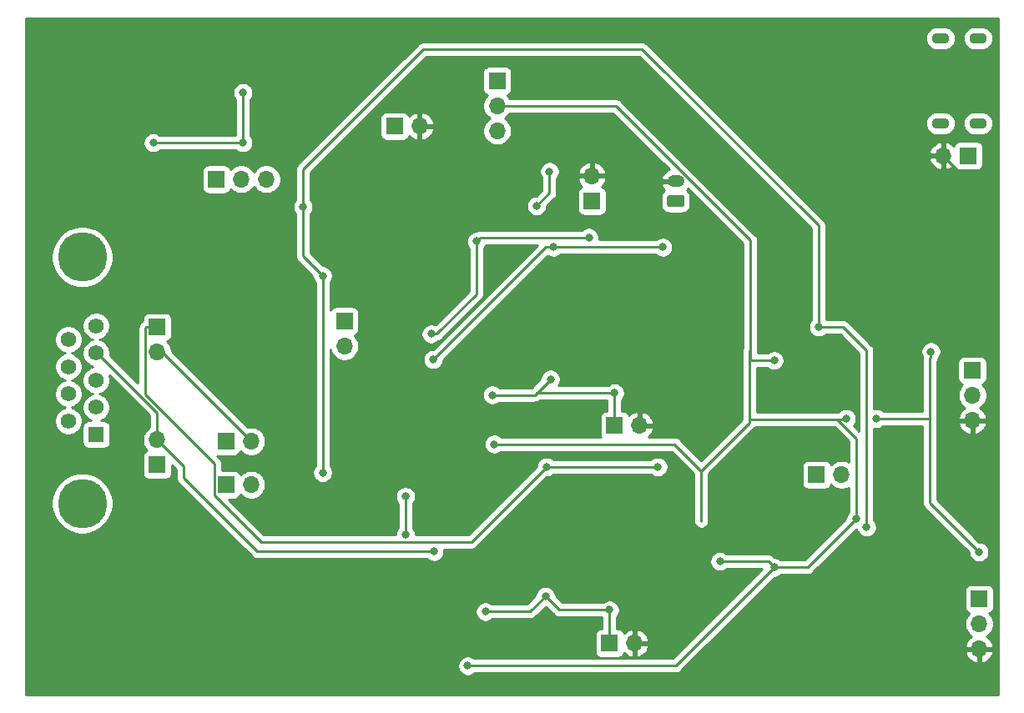
<source format=gbl>
G04 #@! TF.GenerationSoftware,KiCad,Pcbnew,(5.1.5-0)*
G04 #@! TF.CreationDate,2022-06-02T10:47:19-06:00*
G04 #@! TF.ProjectId,sq_lockin_v4,73715f6c-6f63-46b6-996e-5f76342e6b69,rev?*
G04 #@! TF.SameCoordinates,Original*
G04 #@! TF.FileFunction,Copper,L2,Bot*
G04 #@! TF.FilePolarity,Positive*
%FSLAX46Y46*%
G04 Gerber Fmt 4.6, Leading zero omitted, Abs format (unit mm)*
G04 Created by KiCad (PCBNEW (5.1.5-0)) date 2022-06-02 10:47:19*
%MOMM*%
%LPD*%
G04 APERTURE LIST*
%ADD10O,1.700000X1.700000*%
%ADD11R,1.700000X1.700000*%
%ADD12C,5.000000*%
%ADD13C,1.575000*%
%ADD14R,1.575000X1.575000*%
%ADD15O,1.750000X1.200000*%
%ADD16C,0.100000*%
%ADD17O,1.800000X1.100000*%
%ADD18C,0.800000*%
%ADD19C,0.250000*%
%ADD20C,0.254000*%
G04 APERTURE END LIST*
D10*
X135080000Y-67000000D03*
X132540000Y-67000000D03*
D11*
X130000000Y-67000000D03*
D10*
X172440000Y-114100000D03*
D11*
X169900000Y-114100000D03*
D10*
X172940000Y-92000000D03*
D11*
X170400000Y-92000000D03*
D10*
X150640000Y-61600000D03*
D11*
X148100000Y-61600000D03*
D12*
X116400000Y-99900000D03*
D13*
X114980000Y-83260000D03*
X114980000Y-86020000D03*
X114980000Y-88780000D03*
X114980000Y-91540000D03*
X117820000Y-81880000D03*
X117820000Y-84640000D03*
X117820000Y-90160000D03*
D14*
X117820000Y-92920000D03*
D12*
X116400000Y-74900000D03*
D13*
X117820000Y-87400000D03*
D10*
X193440000Y-97000000D03*
D11*
X190900000Y-97000000D03*
D10*
X124000000Y-93460000D03*
D11*
X124000000Y-96000000D03*
D10*
X124000000Y-84540000D03*
D11*
X124000000Y-82000000D03*
D10*
X207400000Y-114680000D03*
X207400000Y-112140000D03*
D11*
X207400000Y-109600000D03*
D10*
X206700000Y-91480000D03*
X206700000Y-88940000D03*
D11*
X206700000Y-86400000D03*
D10*
X133540000Y-98000000D03*
D11*
X131000000Y-98000000D03*
D10*
X168100000Y-66660000D03*
D11*
X168100000Y-69200000D03*
D15*
X176600000Y-67200000D03*
G04 #@! TA.AperFunction,ComponentPad*
D16*
G36*
X177249505Y-68601204D02*
G01*
X177273773Y-68604804D01*
X177297572Y-68610765D01*
X177320671Y-68619030D01*
X177342850Y-68629520D01*
X177363893Y-68642132D01*
X177383599Y-68656747D01*
X177401777Y-68673223D01*
X177418253Y-68691401D01*
X177432868Y-68711107D01*
X177445480Y-68732150D01*
X177455970Y-68754329D01*
X177464235Y-68777428D01*
X177470196Y-68801227D01*
X177473796Y-68825495D01*
X177475000Y-68849999D01*
X177475000Y-69550001D01*
X177473796Y-69574505D01*
X177470196Y-69598773D01*
X177464235Y-69622572D01*
X177455970Y-69645671D01*
X177445480Y-69667850D01*
X177432868Y-69688893D01*
X177418253Y-69708599D01*
X177401777Y-69726777D01*
X177383599Y-69743253D01*
X177363893Y-69757868D01*
X177342850Y-69770480D01*
X177320671Y-69780970D01*
X177297572Y-69789235D01*
X177273773Y-69795196D01*
X177249505Y-69798796D01*
X177225001Y-69800000D01*
X175974999Y-69800000D01*
X175950495Y-69798796D01*
X175926227Y-69795196D01*
X175902428Y-69789235D01*
X175879329Y-69780970D01*
X175857150Y-69770480D01*
X175836107Y-69757868D01*
X175816401Y-69743253D01*
X175798223Y-69726777D01*
X175781747Y-69708599D01*
X175767132Y-69688893D01*
X175754520Y-69667850D01*
X175744030Y-69645671D01*
X175735765Y-69622572D01*
X175729804Y-69598773D01*
X175726204Y-69574505D01*
X175725000Y-69550001D01*
X175725000Y-68849999D01*
X175726204Y-68825495D01*
X175729804Y-68801227D01*
X175735765Y-68777428D01*
X175744030Y-68754329D01*
X175754520Y-68732150D01*
X175767132Y-68711107D01*
X175781747Y-68691401D01*
X175798223Y-68673223D01*
X175816401Y-68656747D01*
X175836107Y-68642132D01*
X175857150Y-68629520D01*
X175879329Y-68619030D01*
X175902428Y-68610765D01*
X175926227Y-68604804D01*
X175950495Y-68601204D01*
X175974999Y-68600000D01*
X177225001Y-68600000D01*
X177249505Y-68601204D01*
G37*
G04 #@! TD.AperFunction*
D10*
X158500000Y-62080000D03*
X158500000Y-59540000D03*
D11*
X158500000Y-57000000D03*
D10*
X203760000Y-64600000D03*
D11*
X206300000Y-64600000D03*
D17*
X207275000Y-61320000D03*
X207275000Y-52680000D03*
X203475000Y-61320000D03*
X203475000Y-52680000D03*
D10*
X143000000Y-83940000D03*
D11*
X143000000Y-81400000D03*
D10*
X133540000Y-93600000D03*
D11*
X131000000Y-93600000D03*
D18*
X198000000Y-64600000D03*
X166100000Y-92700000D03*
X146200000Y-89000000D03*
X188009990Y-101909990D03*
X186700000Y-83600000D03*
X162500000Y-69700000D03*
X163800000Y-66200000D03*
X191100000Y-82000000D03*
X195975000Y-102330000D03*
X140800000Y-76800000D03*
X140800000Y-96800000D03*
X138800000Y-69800000D03*
X175300000Y-73900000D03*
X164200000Y-73900000D03*
X152000000Y-85300000D03*
X202500000Y-84500000D03*
X207375000Y-104830000D03*
X194900000Y-101500000D03*
X186600000Y-106400000D03*
X158200000Y-93900000D03*
X155500000Y-116400000D03*
X193900000Y-91300000D03*
X197000000Y-91300000D03*
X132700000Y-63300000D03*
X132700000Y-58200000D03*
X123600000Y-63300000D03*
X186600000Y-85400000D03*
X181100000Y-105800000D03*
X163900000Y-87300000D03*
X170400000Y-88700000D03*
X158000000Y-88900000D03*
X156400000Y-73300000D03*
X167800000Y-72900000D03*
X151800000Y-82700000D03*
X163400000Y-109325000D03*
X169900000Y-110725000D03*
X157300000Y-110900000D03*
X149200000Y-99200000D03*
X149200000Y-103100000D03*
X163500000Y-96200000D03*
X174800000Y-96200000D03*
X152100000Y-104800000D03*
D19*
X205200000Y-66040000D02*
X203760000Y-64600000D01*
X205200000Y-69800000D02*
X205200000Y-66040000D01*
X203760000Y-64600000D02*
X198000000Y-64600000D01*
X162500000Y-69800000D02*
X162500000Y-69700000D01*
X163800000Y-68400000D02*
X162500000Y-69700000D01*
X163800000Y-66200000D02*
X163800000Y-68400000D01*
X140800000Y-76800000D02*
X140800000Y-96800000D01*
X191100000Y-82000000D02*
X193600000Y-82000000D01*
X195975000Y-84375000D02*
X195975000Y-102330000D01*
X193600000Y-82000000D02*
X195975000Y-84375000D01*
X138800000Y-74800000D02*
X138800000Y-73500000D01*
X140800000Y-76800000D02*
X138800000Y-74800000D01*
X138800000Y-66000000D02*
X151000000Y-53800000D01*
X151000000Y-53800000D02*
X173200000Y-53800000D01*
X191100000Y-71700000D02*
X191100000Y-82000000D01*
X173200000Y-53800000D02*
X191100000Y-71700000D01*
X138800000Y-69800000D02*
X138800000Y-66000000D01*
X138800000Y-73500000D02*
X138800000Y-69800000D01*
X124480000Y-84540000D02*
X124000000Y-84540000D01*
X133540000Y-93600000D02*
X124480000Y-84540000D01*
X175300000Y-73900000D02*
X164200000Y-73900000D01*
X163400000Y-73900000D02*
X164200000Y-73900000D01*
X152000000Y-85300000D02*
X163400000Y-73900000D01*
X190000000Y-106400000D02*
X186600000Y-106400000D01*
X194900000Y-101500000D02*
X190000000Y-106400000D01*
X179200000Y-96600000D02*
X179200001Y-101700001D01*
X184100000Y-91700000D02*
X184100000Y-91400000D01*
X179200000Y-96600000D02*
X184100000Y-91700000D01*
X176500000Y-93900000D02*
X179200000Y-96600000D01*
X158200000Y-93900000D02*
X176500000Y-93900000D01*
X176600000Y-116400000D02*
X186600000Y-106400000D01*
X155500000Y-116400000D02*
X176600000Y-116400000D01*
X202500000Y-85065685D02*
X202400000Y-85165685D01*
X202500000Y-84500000D02*
X202500000Y-85065685D01*
X202400000Y-99855000D02*
X207375000Y-104830000D01*
X194900000Y-100934315D02*
X194900000Y-101500000D01*
X194900000Y-93300000D02*
X194900000Y-100934315D01*
X193000000Y-91400000D02*
X194900000Y-93300000D01*
X184100000Y-91400000D02*
X193000000Y-91400000D01*
X193800000Y-91400000D02*
X193900000Y-91300000D01*
X193000000Y-91400000D02*
X193800000Y-91400000D01*
X202400000Y-91300000D02*
X197000000Y-91300000D01*
X202400000Y-85165685D02*
X202400000Y-91300000D01*
X202400000Y-91300000D02*
X202400000Y-99855000D01*
X158500000Y-59540000D02*
X169523161Y-59540000D01*
X132700000Y-63300000D02*
X132700000Y-58200000D01*
X123600000Y-63300000D02*
X132700000Y-63300000D01*
X184100000Y-85400000D02*
X184100000Y-84400000D01*
X184100000Y-91400000D02*
X184100000Y-85400000D01*
X184200000Y-77600000D02*
X184200000Y-85400000D01*
X170523161Y-59540000D02*
X184200000Y-73216839D01*
X184200000Y-73216839D02*
X184200000Y-77600000D01*
X158500000Y-59540000D02*
X170523161Y-59540000D01*
X184200000Y-85400000D02*
X184100000Y-85400000D01*
X186600000Y-85400000D02*
X184200000Y-85400000D01*
X186000000Y-105800000D02*
X186600000Y-106400000D01*
X181100000Y-105800000D02*
X186000000Y-105800000D01*
X162300000Y-88900000D02*
X163900000Y-87300000D01*
X158000000Y-88900000D02*
X162300000Y-88900000D01*
X162500000Y-88700000D02*
X170400000Y-88700000D01*
X162300000Y-88900000D02*
X162500000Y-88700000D01*
X170400000Y-88700000D02*
X170400000Y-92000000D01*
X156800000Y-72900000D02*
X167800000Y-72900000D01*
X156400000Y-73300000D02*
X156800000Y-72900000D01*
X156400000Y-73865685D02*
X156400000Y-73300000D01*
X156400000Y-78665685D02*
X156400000Y-73865685D01*
X152365685Y-82700000D02*
X156400000Y-78665685D01*
X151800000Y-82700000D02*
X152365685Y-82700000D01*
X164800000Y-110725000D02*
X169900000Y-110725000D01*
X163400000Y-109325000D02*
X164800000Y-110725000D01*
X161825000Y-110900000D02*
X163400000Y-109325000D01*
X157300000Y-110900000D02*
X161825000Y-110900000D01*
X169900000Y-110725000D02*
X169900000Y-114100000D01*
X149200000Y-99200000D02*
X149200000Y-103100000D01*
X163500000Y-96200000D02*
X174800000Y-96200000D01*
X163100001Y-96599999D02*
X163500000Y-96200000D01*
X155874999Y-103825001D02*
X163100001Y-96599999D01*
X134539999Y-103825001D02*
X155874999Y-103825001D01*
X129824999Y-99110001D02*
X134539999Y-103825001D01*
X129824999Y-95878589D02*
X129824999Y-99110001D01*
X122824999Y-88878589D02*
X129824999Y-95878589D01*
X122824999Y-82075001D02*
X122824999Y-88878589D01*
X122900000Y-82000000D02*
X122824999Y-82075001D01*
X124000000Y-82000000D02*
X122900000Y-82000000D01*
X124000000Y-90690000D02*
X124000000Y-93460000D01*
X118000000Y-84690000D02*
X124000000Y-90690000D01*
X134175001Y-104800000D02*
X126700000Y-97324999D01*
X152100000Y-104800000D02*
X134175001Y-104800000D01*
X126700000Y-96160000D02*
X124000000Y-93460000D01*
X126700000Y-97324999D02*
X126700000Y-96160000D01*
D20*
G36*
X209340001Y-119340000D02*
G01*
X110660000Y-119340000D01*
X110660000Y-110798061D01*
X156265000Y-110798061D01*
X156265000Y-111001939D01*
X156304774Y-111201898D01*
X156382795Y-111390256D01*
X156496063Y-111559774D01*
X156640226Y-111703937D01*
X156809744Y-111817205D01*
X156998102Y-111895226D01*
X157198061Y-111935000D01*
X157401939Y-111935000D01*
X157601898Y-111895226D01*
X157790256Y-111817205D01*
X157959774Y-111703937D01*
X158003711Y-111660000D01*
X161787678Y-111660000D01*
X161825000Y-111663676D01*
X161862322Y-111660000D01*
X161862333Y-111660000D01*
X161973986Y-111649003D01*
X162117247Y-111605546D01*
X162249276Y-111534974D01*
X162365001Y-111440001D01*
X162388804Y-111410997D01*
X163400000Y-110399802D01*
X164236201Y-111236003D01*
X164259999Y-111265001D01*
X164288997Y-111288799D01*
X164375723Y-111359974D01*
X164507753Y-111430546D01*
X164651014Y-111474003D01*
X164762667Y-111485000D01*
X164762677Y-111485000D01*
X164800000Y-111488676D01*
X164837322Y-111485000D01*
X169140000Y-111485000D01*
X169140001Y-112611928D01*
X169050000Y-112611928D01*
X168925518Y-112624188D01*
X168805820Y-112660498D01*
X168695506Y-112719463D01*
X168598815Y-112798815D01*
X168519463Y-112895506D01*
X168460498Y-113005820D01*
X168424188Y-113125518D01*
X168411928Y-113250000D01*
X168411928Y-114950000D01*
X168424188Y-115074482D01*
X168460498Y-115194180D01*
X168519463Y-115304494D01*
X168598815Y-115401185D01*
X168695506Y-115480537D01*
X168805820Y-115539502D01*
X168925518Y-115575812D01*
X169050000Y-115588072D01*
X170750000Y-115588072D01*
X170874482Y-115575812D01*
X170994180Y-115539502D01*
X171104494Y-115480537D01*
X171201185Y-115401185D01*
X171280537Y-115304494D01*
X171339502Y-115194180D01*
X171363966Y-115113534D01*
X171439731Y-115197588D01*
X171673080Y-115371641D01*
X171935901Y-115496825D01*
X172083110Y-115541476D01*
X172313000Y-115420155D01*
X172313000Y-114227000D01*
X172567000Y-114227000D01*
X172567000Y-115420155D01*
X172796890Y-115541476D01*
X172944099Y-115496825D01*
X173206920Y-115371641D01*
X173440269Y-115197588D01*
X173635178Y-114981355D01*
X173784157Y-114731252D01*
X173881481Y-114456891D01*
X173760814Y-114227000D01*
X172567000Y-114227000D01*
X172313000Y-114227000D01*
X172293000Y-114227000D01*
X172293000Y-113973000D01*
X172313000Y-113973000D01*
X172313000Y-112779845D01*
X172567000Y-112779845D01*
X172567000Y-113973000D01*
X173760814Y-113973000D01*
X173881481Y-113743109D01*
X173784157Y-113468748D01*
X173635178Y-113218645D01*
X173440269Y-113002412D01*
X173206920Y-112828359D01*
X172944099Y-112703175D01*
X172796890Y-112658524D01*
X172567000Y-112779845D01*
X172313000Y-112779845D01*
X172083110Y-112658524D01*
X171935901Y-112703175D01*
X171673080Y-112828359D01*
X171439731Y-113002412D01*
X171363966Y-113086466D01*
X171339502Y-113005820D01*
X171280537Y-112895506D01*
X171201185Y-112798815D01*
X171104494Y-112719463D01*
X170994180Y-112660498D01*
X170874482Y-112624188D01*
X170750000Y-112611928D01*
X170660000Y-112611928D01*
X170660000Y-111428711D01*
X170703937Y-111384774D01*
X170817205Y-111215256D01*
X170895226Y-111026898D01*
X170935000Y-110826939D01*
X170935000Y-110623061D01*
X170895226Y-110423102D01*
X170817205Y-110234744D01*
X170703937Y-110065226D01*
X170559774Y-109921063D01*
X170390256Y-109807795D01*
X170201898Y-109729774D01*
X170001939Y-109690000D01*
X169798061Y-109690000D01*
X169598102Y-109729774D01*
X169409744Y-109807795D01*
X169240226Y-109921063D01*
X169196289Y-109965000D01*
X165114802Y-109965000D01*
X164435000Y-109285199D01*
X164435000Y-109223061D01*
X164395226Y-109023102D01*
X164317205Y-108834744D01*
X164203937Y-108665226D01*
X164059774Y-108521063D01*
X163890256Y-108407795D01*
X163701898Y-108329774D01*
X163501939Y-108290000D01*
X163298061Y-108290000D01*
X163098102Y-108329774D01*
X162909744Y-108407795D01*
X162740226Y-108521063D01*
X162596063Y-108665226D01*
X162482795Y-108834744D01*
X162404774Y-109023102D01*
X162365000Y-109223061D01*
X162365000Y-109285198D01*
X161510199Y-110140000D01*
X158003711Y-110140000D01*
X157959774Y-110096063D01*
X157790256Y-109982795D01*
X157601898Y-109904774D01*
X157401939Y-109865000D01*
X157198061Y-109865000D01*
X156998102Y-109904774D01*
X156809744Y-109982795D01*
X156640226Y-110096063D01*
X156496063Y-110240226D01*
X156382795Y-110409744D01*
X156304774Y-110598102D01*
X156265000Y-110798061D01*
X110660000Y-110798061D01*
X110660000Y-99591229D01*
X113265000Y-99591229D01*
X113265000Y-100208771D01*
X113385476Y-100814446D01*
X113621799Y-101384979D01*
X113964886Y-101898446D01*
X114401554Y-102335114D01*
X114915021Y-102678201D01*
X115485554Y-102914524D01*
X116091229Y-103035000D01*
X116708771Y-103035000D01*
X117314446Y-102914524D01*
X117884979Y-102678201D01*
X118398446Y-102335114D01*
X118835114Y-101898446D01*
X119178201Y-101384979D01*
X119414524Y-100814446D01*
X119535000Y-100208771D01*
X119535000Y-99591229D01*
X119414524Y-98985554D01*
X119178201Y-98415021D01*
X118835114Y-97901554D01*
X118398446Y-97464886D01*
X117884979Y-97121799D01*
X117314446Y-96885476D01*
X116708771Y-96765000D01*
X116091229Y-96765000D01*
X115485554Y-96885476D01*
X114915021Y-97121799D01*
X114401554Y-97464886D01*
X113964886Y-97901554D01*
X113621799Y-98415021D01*
X113385476Y-98985554D01*
X113265000Y-99591229D01*
X110660000Y-99591229D01*
X110660000Y-83119896D01*
X113557500Y-83119896D01*
X113557500Y-83400104D01*
X113612166Y-83674928D01*
X113719397Y-83933806D01*
X113875072Y-84166791D01*
X114073209Y-84364928D01*
X114306194Y-84520603D01*
X114565072Y-84627834D01*
X114626234Y-84640000D01*
X114565072Y-84652166D01*
X114306194Y-84759397D01*
X114073209Y-84915072D01*
X113875072Y-85113209D01*
X113719397Y-85346194D01*
X113612166Y-85605072D01*
X113557500Y-85879896D01*
X113557500Y-86160104D01*
X113612166Y-86434928D01*
X113719397Y-86693806D01*
X113875072Y-86926791D01*
X114073209Y-87124928D01*
X114306194Y-87280603D01*
X114565072Y-87387834D01*
X114626234Y-87400000D01*
X114565072Y-87412166D01*
X114306194Y-87519397D01*
X114073209Y-87675072D01*
X113875072Y-87873209D01*
X113719397Y-88106194D01*
X113612166Y-88365072D01*
X113557500Y-88639896D01*
X113557500Y-88920104D01*
X113612166Y-89194928D01*
X113719397Y-89453806D01*
X113875072Y-89686791D01*
X114073209Y-89884928D01*
X114306194Y-90040603D01*
X114565072Y-90147834D01*
X114626234Y-90160000D01*
X114565072Y-90172166D01*
X114306194Y-90279397D01*
X114073209Y-90435072D01*
X113875072Y-90633209D01*
X113719397Y-90866194D01*
X113612166Y-91125072D01*
X113557500Y-91399896D01*
X113557500Y-91680104D01*
X113612166Y-91954928D01*
X113719397Y-92213806D01*
X113875072Y-92446791D01*
X114073209Y-92644928D01*
X114306194Y-92800603D01*
X114565072Y-92907834D01*
X114839896Y-92962500D01*
X115120104Y-92962500D01*
X115394928Y-92907834D01*
X115653806Y-92800603D01*
X115886791Y-92644928D01*
X116084928Y-92446791D01*
X116240603Y-92213806D01*
X116274281Y-92132500D01*
X116394428Y-92132500D01*
X116394428Y-93707500D01*
X116406688Y-93831982D01*
X116442998Y-93951680D01*
X116501963Y-94061994D01*
X116581315Y-94158685D01*
X116678006Y-94238037D01*
X116788320Y-94297002D01*
X116908018Y-94333312D01*
X117032500Y-94345572D01*
X118607500Y-94345572D01*
X118731982Y-94333312D01*
X118851680Y-94297002D01*
X118961994Y-94238037D01*
X119058685Y-94158685D01*
X119138037Y-94061994D01*
X119197002Y-93951680D01*
X119233312Y-93831982D01*
X119245572Y-93707500D01*
X119245572Y-92132500D01*
X119233312Y-92008018D01*
X119197002Y-91888320D01*
X119138037Y-91778006D01*
X119058685Y-91681315D01*
X118961994Y-91601963D01*
X118851680Y-91542998D01*
X118731982Y-91506688D01*
X118607500Y-91494428D01*
X118315577Y-91494428D01*
X118493806Y-91420603D01*
X118726791Y-91264928D01*
X118924928Y-91066791D01*
X119080603Y-90833806D01*
X119187834Y-90574928D01*
X119242500Y-90300104D01*
X119242500Y-90019896D01*
X119187834Y-89745072D01*
X119080603Y-89486194D01*
X118924928Y-89253209D01*
X118726791Y-89055072D01*
X118493806Y-88899397D01*
X118234928Y-88792166D01*
X118173766Y-88780000D01*
X118234928Y-88767834D01*
X118493806Y-88660603D01*
X118726791Y-88504928D01*
X118924928Y-88306791D01*
X119080603Y-88073806D01*
X119187834Y-87814928D01*
X119242500Y-87540104D01*
X119242500Y-87259896D01*
X119187834Y-86985072D01*
X119164898Y-86929699D01*
X123240000Y-91004803D01*
X123240001Y-92181821D01*
X123053368Y-92306525D01*
X122846525Y-92513368D01*
X122684010Y-92756589D01*
X122572068Y-93026842D01*
X122515000Y-93313740D01*
X122515000Y-93606260D01*
X122572068Y-93893158D01*
X122684010Y-94163411D01*
X122846525Y-94406632D01*
X122978380Y-94538487D01*
X122905820Y-94560498D01*
X122795506Y-94619463D01*
X122698815Y-94698815D01*
X122619463Y-94795506D01*
X122560498Y-94905820D01*
X122524188Y-95025518D01*
X122511928Y-95150000D01*
X122511928Y-96850000D01*
X122524188Y-96974482D01*
X122560498Y-97094180D01*
X122619463Y-97204494D01*
X122698815Y-97301185D01*
X122795506Y-97380537D01*
X122905820Y-97439502D01*
X123025518Y-97475812D01*
X123150000Y-97488072D01*
X124850000Y-97488072D01*
X124974482Y-97475812D01*
X125094180Y-97439502D01*
X125204494Y-97380537D01*
X125301185Y-97301185D01*
X125380537Y-97204494D01*
X125439502Y-97094180D01*
X125475812Y-96974482D01*
X125488072Y-96850000D01*
X125488072Y-96022874D01*
X125940001Y-96474803D01*
X125940000Y-97287676D01*
X125936324Y-97324999D01*
X125940000Y-97362321D01*
X125940000Y-97362331D01*
X125950997Y-97473984D01*
X125978205Y-97563677D01*
X125994454Y-97617245D01*
X126065026Y-97749275D01*
X126102737Y-97795226D01*
X126159999Y-97865000D01*
X126189003Y-97888803D01*
X133611202Y-105311003D01*
X133635000Y-105340001D01*
X133750725Y-105434974D01*
X133882754Y-105505546D01*
X134026015Y-105549003D01*
X134137668Y-105560000D01*
X134137676Y-105560000D01*
X134175001Y-105563676D01*
X134212326Y-105560000D01*
X151396289Y-105560000D01*
X151440226Y-105603937D01*
X151609744Y-105717205D01*
X151798102Y-105795226D01*
X151998061Y-105835000D01*
X152201939Y-105835000D01*
X152401898Y-105795226D01*
X152590256Y-105717205D01*
X152759774Y-105603937D01*
X152903937Y-105459774D01*
X153017205Y-105290256D01*
X153095226Y-105101898D01*
X153135000Y-104901939D01*
X153135000Y-104698061D01*
X153112511Y-104585001D01*
X155837677Y-104585001D01*
X155874999Y-104588677D01*
X155912321Y-104585001D01*
X155912332Y-104585001D01*
X156023985Y-104574004D01*
X156167246Y-104530547D01*
X156299275Y-104459975D01*
X156415000Y-104365002D01*
X156438803Y-104335998D01*
X163539802Y-97235000D01*
X163601939Y-97235000D01*
X163801898Y-97195226D01*
X163990256Y-97117205D01*
X164159774Y-97003937D01*
X164203711Y-96960000D01*
X174096289Y-96960000D01*
X174140226Y-97003937D01*
X174309744Y-97117205D01*
X174498102Y-97195226D01*
X174698061Y-97235000D01*
X174901939Y-97235000D01*
X175101898Y-97195226D01*
X175290256Y-97117205D01*
X175459774Y-97003937D01*
X175603937Y-96859774D01*
X175717205Y-96690256D01*
X175795226Y-96501898D01*
X175835000Y-96301939D01*
X175835000Y-96098061D01*
X175795226Y-95898102D01*
X175717205Y-95709744D01*
X175603937Y-95540226D01*
X175459774Y-95396063D01*
X175290256Y-95282795D01*
X175101898Y-95204774D01*
X174901939Y-95165000D01*
X174698061Y-95165000D01*
X174498102Y-95204774D01*
X174309744Y-95282795D01*
X174140226Y-95396063D01*
X174096289Y-95440000D01*
X164203711Y-95440000D01*
X164159774Y-95396063D01*
X163990256Y-95282795D01*
X163801898Y-95204774D01*
X163601939Y-95165000D01*
X163398061Y-95165000D01*
X163198102Y-95204774D01*
X163009744Y-95282795D01*
X162840226Y-95396063D01*
X162696063Y-95540226D01*
X162582795Y-95709744D01*
X162504774Y-95898102D01*
X162465000Y-96098061D01*
X162465000Y-96160198D01*
X155560198Y-103065001D01*
X150235000Y-103065001D01*
X150235000Y-102998061D01*
X150195226Y-102798102D01*
X150117205Y-102609744D01*
X150003937Y-102440226D01*
X149960000Y-102396289D01*
X149960000Y-99903711D01*
X150003937Y-99859774D01*
X150117205Y-99690256D01*
X150195226Y-99501898D01*
X150235000Y-99301939D01*
X150235000Y-99098061D01*
X150195226Y-98898102D01*
X150117205Y-98709744D01*
X150003937Y-98540226D01*
X149859774Y-98396063D01*
X149690256Y-98282795D01*
X149501898Y-98204774D01*
X149301939Y-98165000D01*
X149098061Y-98165000D01*
X148898102Y-98204774D01*
X148709744Y-98282795D01*
X148540226Y-98396063D01*
X148396063Y-98540226D01*
X148282795Y-98709744D01*
X148204774Y-98898102D01*
X148165000Y-99098061D01*
X148165000Y-99301939D01*
X148204774Y-99501898D01*
X148282795Y-99690256D01*
X148396063Y-99859774D01*
X148440000Y-99903711D01*
X148440001Y-102396288D01*
X148396063Y-102440226D01*
X148282795Y-102609744D01*
X148204774Y-102798102D01*
X148165000Y-102998061D01*
X148165000Y-103065001D01*
X134854801Y-103065001D01*
X131277871Y-99488072D01*
X131850000Y-99488072D01*
X131974482Y-99475812D01*
X132094180Y-99439502D01*
X132204494Y-99380537D01*
X132301185Y-99301185D01*
X132380537Y-99204494D01*
X132439502Y-99094180D01*
X132461513Y-99021620D01*
X132593368Y-99153475D01*
X132836589Y-99315990D01*
X133106842Y-99427932D01*
X133393740Y-99485000D01*
X133686260Y-99485000D01*
X133973158Y-99427932D01*
X134243411Y-99315990D01*
X134486632Y-99153475D01*
X134693475Y-98946632D01*
X134855990Y-98703411D01*
X134967932Y-98433158D01*
X135025000Y-98146260D01*
X135025000Y-97853740D01*
X134967932Y-97566842D01*
X134855990Y-97296589D01*
X134693475Y-97053368D01*
X134486632Y-96846525D01*
X134243411Y-96684010D01*
X133973158Y-96572068D01*
X133686260Y-96515000D01*
X133393740Y-96515000D01*
X133106842Y-96572068D01*
X132836589Y-96684010D01*
X132593368Y-96846525D01*
X132461513Y-96978380D01*
X132439502Y-96905820D01*
X132380537Y-96795506D01*
X132301185Y-96698815D01*
X132204494Y-96619463D01*
X132094180Y-96560498D01*
X131974482Y-96524188D01*
X131850000Y-96511928D01*
X130584999Y-96511928D01*
X130584999Y-95915912D01*
X130588675Y-95878589D01*
X130584999Y-95841266D01*
X130584999Y-95841256D01*
X130574002Y-95729603D01*
X130530545Y-95586342D01*
X130505895Y-95540226D01*
X130459973Y-95454312D01*
X130388798Y-95367586D01*
X130365000Y-95338588D01*
X130336003Y-95314791D01*
X130104836Y-95083624D01*
X130150000Y-95088072D01*
X131850000Y-95088072D01*
X131974482Y-95075812D01*
X132094180Y-95039502D01*
X132204494Y-94980537D01*
X132301185Y-94901185D01*
X132380537Y-94804494D01*
X132439502Y-94694180D01*
X132461513Y-94621620D01*
X132593368Y-94753475D01*
X132836589Y-94915990D01*
X133106842Y-95027932D01*
X133393740Y-95085000D01*
X133686260Y-95085000D01*
X133973158Y-95027932D01*
X134243411Y-94915990D01*
X134486632Y-94753475D01*
X134693475Y-94546632D01*
X134855990Y-94303411D01*
X134967932Y-94033158D01*
X135025000Y-93746260D01*
X135025000Y-93453740D01*
X134967932Y-93166842D01*
X134855990Y-92896589D01*
X134693475Y-92653368D01*
X134486632Y-92446525D01*
X134243411Y-92284010D01*
X133973158Y-92172068D01*
X133686260Y-92115000D01*
X133393740Y-92115000D01*
X133173592Y-92158790D01*
X125485000Y-84470199D01*
X125485000Y-84393740D01*
X125427932Y-84106842D01*
X125315990Y-83836589D01*
X125153475Y-83593368D01*
X125021620Y-83461513D01*
X125094180Y-83439502D01*
X125204494Y-83380537D01*
X125301185Y-83301185D01*
X125380537Y-83204494D01*
X125439502Y-83094180D01*
X125475812Y-82974482D01*
X125488072Y-82850000D01*
X125488072Y-81150000D01*
X125475812Y-81025518D01*
X125439502Y-80905820D01*
X125380537Y-80795506D01*
X125301185Y-80698815D01*
X125204494Y-80619463D01*
X125094180Y-80560498D01*
X124974482Y-80524188D01*
X124850000Y-80511928D01*
X123150000Y-80511928D01*
X123025518Y-80524188D01*
X122905820Y-80560498D01*
X122795506Y-80619463D01*
X122698815Y-80698815D01*
X122619463Y-80795506D01*
X122560498Y-80905820D01*
X122524188Y-81025518D01*
X122511928Y-81150000D01*
X122511928Y-81345674D01*
X122475724Y-81365026D01*
X122359999Y-81459999D01*
X122336199Y-81488999D01*
X122313999Y-81511199D01*
X122284998Y-81535000D01*
X122229870Y-81602175D01*
X122190025Y-81650725D01*
X122161135Y-81704774D01*
X122119453Y-81782755D01*
X122075996Y-81926016D01*
X122064999Y-82037669D01*
X122064999Y-82037679D01*
X122061323Y-82075001D01*
X122064999Y-82112324D01*
X122065000Y-87680198D01*
X119229626Y-84844825D01*
X119242500Y-84780104D01*
X119242500Y-84499896D01*
X119187834Y-84225072D01*
X119080603Y-83966194D01*
X118924928Y-83733209D01*
X118726791Y-83535072D01*
X118493806Y-83379397D01*
X118234928Y-83272166D01*
X118173766Y-83260000D01*
X118234928Y-83247834D01*
X118493806Y-83140603D01*
X118726791Y-82984928D01*
X118924928Y-82786791D01*
X119080603Y-82553806D01*
X119187834Y-82294928D01*
X119242500Y-82020104D01*
X119242500Y-81739896D01*
X119187834Y-81465072D01*
X119080603Y-81206194D01*
X118924928Y-80973209D01*
X118726791Y-80775072D01*
X118493806Y-80619397D01*
X118234928Y-80512166D01*
X117960104Y-80457500D01*
X117679896Y-80457500D01*
X117405072Y-80512166D01*
X117146194Y-80619397D01*
X116913209Y-80775072D01*
X116715072Y-80973209D01*
X116559397Y-81206194D01*
X116452166Y-81465072D01*
X116397500Y-81739896D01*
X116397500Y-82020104D01*
X116452166Y-82294928D01*
X116559397Y-82553806D01*
X116715072Y-82786791D01*
X116913209Y-82984928D01*
X117146194Y-83140603D01*
X117405072Y-83247834D01*
X117466234Y-83260000D01*
X117405072Y-83272166D01*
X117146194Y-83379397D01*
X116913209Y-83535072D01*
X116715072Y-83733209D01*
X116559397Y-83966194D01*
X116452166Y-84225072D01*
X116397500Y-84499896D01*
X116397500Y-84780104D01*
X116452166Y-85054928D01*
X116559397Y-85313806D01*
X116715072Y-85546791D01*
X116913209Y-85744928D01*
X117146194Y-85900603D01*
X117405072Y-86007834D01*
X117466234Y-86020000D01*
X117405072Y-86032166D01*
X117146194Y-86139397D01*
X116913209Y-86295072D01*
X116715072Y-86493209D01*
X116559397Y-86726194D01*
X116452166Y-86985072D01*
X116397500Y-87259896D01*
X116397500Y-87540104D01*
X116452166Y-87814928D01*
X116559397Y-88073806D01*
X116715072Y-88306791D01*
X116913209Y-88504928D01*
X117146194Y-88660603D01*
X117405072Y-88767834D01*
X117466234Y-88780000D01*
X117405072Y-88792166D01*
X117146194Y-88899397D01*
X116913209Y-89055072D01*
X116715072Y-89253209D01*
X116559397Y-89486194D01*
X116452166Y-89745072D01*
X116397500Y-90019896D01*
X116397500Y-90300104D01*
X116452166Y-90574928D01*
X116559397Y-90833806D01*
X116715072Y-91066791D01*
X116913209Y-91264928D01*
X117146194Y-91420603D01*
X117324423Y-91494428D01*
X117032500Y-91494428D01*
X116908018Y-91506688D01*
X116788320Y-91542998D01*
X116678006Y-91601963D01*
X116581315Y-91681315D01*
X116501963Y-91778006D01*
X116442998Y-91888320D01*
X116406688Y-92008018D01*
X116394428Y-92132500D01*
X116274281Y-92132500D01*
X116347834Y-91954928D01*
X116402500Y-91680104D01*
X116402500Y-91399896D01*
X116347834Y-91125072D01*
X116240603Y-90866194D01*
X116084928Y-90633209D01*
X115886791Y-90435072D01*
X115653806Y-90279397D01*
X115394928Y-90172166D01*
X115333766Y-90160000D01*
X115394928Y-90147834D01*
X115653806Y-90040603D01*
X115886791Y-89884928D01*
X116084928Y-89686791D01*
X116240603Y-89453806D01*
X116347834Y-89194928D01*
X116402500Y-88920104D01*
X116402500Y-88639896D01*
X116347834Y-88365072D01*
X116240603Y-88106194D01*
X116084928Y-87873209D01*
X115886791Y-87675072D01*
X115653806Y-87519397D01*
X115394928Y-87412166D01*
X115333766Y-87400000D01*
X115394928Y-87387834D01*
X115653806Y-87280603D01*
X115886791Y-87124928D01*
X116084928Y-86926791D01*
X116240603Y-86693806D01*
X116347834Y-86434928D01*
X116402500Y-86160104D01*
X116402500Y-85879896D01*
X116347834Y-85605072D01*
X116240603Y-85346194D01*
X116084928Y-85113209D01*
X115886791Y-84915072D01*
X115653806Y-84759397D01*
X115394928Y-84652166D01*
X115333766Y-84640000D01*
X115394928Y-84627834D01*
X115653806Y-84520603D01*
X115886791Y-84364928D01*
X116084928Y-84166791D01*
X116240603Y-83933806D01*
X116347834Y-83674928D01*
X116402500Y-83400104D01*
X116402500Y-83119896D01*
X116347834Y-82845072D01*
X116240603Y-82586194D01*
X116084928Y-82353209D01*
X115886791Y-82155072D01*
X115653806Y-81999397D01*
X115394928Y-81892166D01*
X115120104Y-81837500D01*
X114839896Y-81837500D01*
X114565072Y-81892166D01*
X114306194Y-81999397D01*
X114073209Y-82155072D01*
X113875072Y-82353209D01*
X113719397Y-82586194D01*
X113612166Y-82845072D01*
X113557500Y-83119896D01*
X110660000Y-83119896D01*
X110660000Y-74591229D01*
X113265000Y-74591229D01*
X113265000Y-75208771D01*
X113385476Y-75814446D01*
X113621799Y-76384979D01*
X113964886Y-76898446D01*
X114401554Y-77335114D01*
X114915021Y-77678201D01*
X115485554Y-77914524D01*
X116091229Y-78035000D01*
X116708771Y-78035000D01*
X117314446Y-77914524D01*
X117884979Y-77678201D01*
X118398446Y-77335114D01*
X118835114Y-76898446D01*
X119178201Y-76384979D01*
X119414524Y-75814446D01*
X119535000Y-75208771D01*
X119535000Y-74591229D01*
X119414524Y-73985554D01*
X119178201Y-73415021D01*
X118835114Y-72901554D01*
X118398446Y-72464886D01*
X117884979Y-72121799D01*
X117314446Y-71885476D01*
X116708771Y-71765000D01*
X116091229Y-71765000D01*
X115485554Y-71885476D01*
X114915021Y-72121799D01*
X114401554Y-72464886D01*
X113964886Y-72901554D01*
X113621799Y-73415021D01*
X113385476Y-73985554D01*
X113265000Y-74591229D01*
X110660000Y-74591229D01*
X110660000Y-69698061D01*
X137765000Y-69698061D01*
X137765000Y-69901939D01*
X137804774Y-70101898D01*
X137882795Y-70290256D01*
X137996063Y-70459774D01*
X138040001Y-70503712D01*
X138040000Y-73537332D01*
X138040001Y-73537342D01*
X138040000Y-74762677D01*
X138036324Y-74800000D01*
X138040000Y-74837322D01*
X138040000Y-74837332D01*
X138050997Y-74948985D01*
X138094454Y-75092246D01*
X138165026Y-75224276D01*
X138204871Y-75272826D01*
X138259999Y-75340001D01*
X138289003Y-75363804D01*
X139765000Y-76839802D01*
X139765000Y-76901939D01*
X139804774Y-77101898D01*
X139882795Y-77290256D01*
X139996063Y-77459774D01*
X140040000Y-77503711D01*
X140040001Y-96096288D01*
X139996063Y-96140226D01*
X139882795Y-96309744D01*
X139804774Y-96498102D01*
X139765000Y-96698061D01*
X139765000Y-96901939D01*
X139804774Y-97101898D01*
X139882795Y-97290256D01*
X139996063Y-97459774D01*
X140140226Y-97603937D01*
X140309744Y-97717205D01*
X140498102Y-97795226D01*
X140698061Y-97835000D01*
X140901939Y-97835000D01*
X141101898Y-97795226D01*
X141290256Y-97717205D01*
X141459774Y-97603937D01*
X141603937Y-97459774D01*
X141717205Y-97290256D01*
X141795226Y-97101898D01*
X141835000Y-96901939D01*
X141835000Y-96698061D01*
X141795226Y-96498102D01*
X141717205Y-96309744D01*
X141603937Y-96140226D01*
X141560000Y-96096289D01*
X141560000Y-84312489D01*
X141572068Y-84373158D01*
X141684010Y-84643411D01*
X141846525Y-84886632D01*
X142053368Y-85093475D01*
X142296589Y-85255990D01*
X142566842Y-85367932D01*
X142853740Y-85425000D01*
X143146260Y-85425000D01*
X143433158Y-85367932D01*
X143703411Y-85255990D01*
X143946632Y-85093475D01*
X144153475Y-84886632D01*
X144315990Y-84643411D01*
X144427932Y-84373158D01*
X144485000Y-84086260D01*
X144485000Y-83793740D01*
X144427932Y-83506842D01*
X144315990Y-83236589D01*
X144153475Y-82993368D01*
X144021620Y-82861513D01*
X144094180Y-82839502D01*
X144204494Y-82780537D01*
X144301185Y-82701185D01*
X144380537Y-82604494D01*
X144383975Y-82598061D01*
X150765000Y-82598061D01*
X150765000Y-82801939D01*
X150804774Y-83001898D01*
X150882795Y-83190256D01*
X150996063Y-83359774D01*
X151140226Y-83503937D01*
X151309744Y-83617205D01*
X151498102Y-83695226D01*
X151698061Y-83735000D01*
X151901939Y-83735000D01*
X152101898Y-83695226D01*
X152290256Y-83617205D01*
X152459774Y-83503937D01*
X152514724Y-83448987D01*
X152657932Y-83405546D01*
X152789961Y-83334974D01*
X152905686Y-83240001D01*
X152929489Y-83210997D01*
X156911004Y-79229483D01*
X156940001Y-79205686D01*
X156966332Y-79173602D01*
X157034974Y-79089962D01*
X157105546Y-78957932D01*
X157105546Y-78957931D01*
X157149003Y-78814671D01*
X157160000Y-78703018D01*
X157160000Y-78703008D01*
X157163676Y-78665685D01*
X157160000Y-78628363D01*
X157160000Y-74003711D01*
X157203937Y-73959774D01*
X157317205Y-73790256D01*
X157371159Y-73660000D01*
X162565198Y-73660000D01*
X151960199Y-84265000D01*
X151898061Y-84265000D01*
X151698102Y-84304774D01*
X151509744Y-84382795D01*
X151340226Y-84496063D01*
X151196063Y-84640226D01*
X151082795Y-84809744D01*
X151004774Y-84998102D01*
X150965000Y-85198061D01*
X150965000Y-85401939D01*
X151004774Y-85601898D01*
X151082795Y-85790256D01*
X151196063Y-85959774D01*
X151340226Y-86103937D01*
X151509744Y-86217205D01*
X151698102Y-86295226D01*
X151898061Y-86335000D01*
X152101939Y-86335000D01*
X152301898Y-86295226D01*
X152490256Y-86217205D01*
X152659774Y-86103937D01*
X152803937Y-85959774D01*
X152917205Y-85790256D01*
X152995226Y-85601898D01*
X153035000Y-85401939D01*
X153035000Y-85339801D01*
X163618538Y-74756264D01*
X163709744Y-74817205D01*
X163898102Y-74895226D01*
X164098061Y-74935000D01*
X164301939Y-74935000D01*
X164501898Y-74895226D01*
X164690256Y-74817205D01*
X164859774Y-74703937D01*
X164903711Y-74660000D01*
X174596289Y-74660000D01*
X174640226Y-74703937D01*
X174809744Y-74817205D01*
X174998102Y-74895226D01*
X175198061Y-74935000D01*
X175401939Y-74935000D01*
X175601898Y-74895226D01*
X175790256Y-74817205D01*
X175959774Y-74703937D01*
X176103937Y-74559774D01*
X176217205Y-74390256D01*
X176295226Y-74201898D01*
X176335000Y-74001939D01*
X176335000Y-73798061D01*
X176295226Y-73598102D01*
X176217205Y-73409744D01*
X176103937Y-73240226D01*
X175959774Y-73096063D01*
X175790256Y-72982795D01*
X175601898Y-72904774D01*
X175401939Y-72865000D01*
X175198061Y-72865000D01*
X174998102Y-72904774D01*
X174809744Y-72982795D01*
X174640226Y-73096063D01*
X174596289Y-73140000D01*
X168807538Y-73140000D01*
X168835000Y-73001939D01*
X168835000Y-72798061D01*
X168795226Y-72598102D01*
X168717205Y-72409744D01*
X168603937Y-72240226D01*
X168459774Y-72096063D01*
X168290256Y-71982795D01*
X168101898Y-71904774D01*
X167901939Y-71865000D01*
X167698061Y-71865000D01*
X167498102Y-71904774D01*
X167309744Y-71982795D01*
X167140226Y-72096063D01*
X167096289Y-72140000D01*
X156837322Y-72140000D01*
X156799999Y-72136324D01*
X156762676Y-72140000D01*
X156762667Y-72140000D01*
X156651014Y-72150997D01*
X156507753Y-72194454D01*
X156375773Y-72265000D01*
X156298061Y-72265000D01*
X156098102Y-72304774D01*
X155909744Y-72382795D01*
X155740226Y-72496063D01*
X155596063Y-72640226D01*
X155482795Y-72809744D01*
X155404774Y-72998102D01*
X155365000Y-73198061D01*
X155365000Y-73401939D01*
X155404774Y-73601898D01*
X155482795Y-73790256D01*
X155596063Y-73959774D01*
X155640001Y-74003712D01*
X155640000Y-78350883D01*
X152232155Y-81758729D01*
X152101898Y-81704774D01*
X151901939Y-81665000D01*
X151698061Y-81665000D01*
X151498102Y-81704774D01*
X151309744Y-81782795D01*
X151140226Y-81896063D01*
X150996063Y-82040226D01*
X150882795Y-82209744D01*
X150804774Y-82398102D01*
X150765000Y-82598061D01*
X144383975Y-82598061D01*
X144439502Y-82494180D01*
X144475812Y-82374482D01*
X144488072Y-82250000D01*
X144488072Y-80550000D01*
X144475812Y-80425518D01*
X144439502Y-80305820D01*
X144380537Y-80195506D01*
X144301185Y-80098815D01*
X144204494Y-80019463D01*
X144094180Y-79960498D01*
X143974482Y-79924188D01*
X143850000Y-79911928D01*
X142150000Y-79911928D01*
X142025518Y-79924188D01*
X141905820Y-79960498D01*
X141795506Y-80019463D01*
X141698815Y-80098815D01*
X141619463Y-80195506D01*
X141560498Y-80305820D01*
X141560000Y-80307462D01*
X141560000Y-77503711D01*
X141603937Y-77459774D01*
X141717205Y-77290256D01*
X141795226Y-77101898D01*
X141835000Y-76901939D01*
X141835000Y-76698061D01*
X141795226Y-76498102D01*
X141717205Y-76309744D01*
X141603937Y-76140226D01*
X141459774Y-75996063D01*
X141290256Y-75882795D01*
X141101898Y-75804774D01*
X140901939Y-75765000D01*
X140839802Y-75765000D01*
X139560000Y-74485199D01*
X139560000Y-70503711D01*
X139603937Y-70459774D01*
X139717205Y-70290256D01*
X139795226Y-70101898D01*
X139835000Y-69901939D01*
X139835000Y-69698061D01*
X139815109Y-69598061D01*
X161465000Y-69598061D01*
X161465000Y-69801939D01*
X161504774Y-70001898D01*
X161582795Y-70190256D01*
X161696063Y-70359774D01*
X161840226Y-70503937D01*
X162009744Y-70617205D01*
X162198102Y-70695226D01*
X162398061Y-70735000D01*
X162601939Y-70735000D01*
X162801898Y-70695226D01*
X162990256Y-70617205D01*
X163159774Y-70503937D01*
X163303937Y-70359774D01*
X163417205Y-70190256D01*
X163495226Y-70001898D01*
X163535000Y-69801939D01*
X163535000Y-69739801D01*
X164311003Y-68963799D01*
X164340001Y-68940001D01*
X164434974Y-68824276D01*
X164505546Y-68692247D01*
X164549003Y-68548986D01*
X164560000Y-68437333D01*
X164560000Y-68437325D01*
X164563676Y-68400000D01*
X164560000Y-68362675D01*
X164560000Y-68350000D01*
X166611928Y-68350000D01*
X166611928Y-70050000D01*
X166624188Y-70174482D01*
X166660498Y-70294180D01*
X166719463Y-70404494D01*
X166798815Y-70501185D01*
X166895506Y-70580537D01*
X167005820Y-70639502D01*
X167125518Y-70675812D01*
X167250000Y-70688072D01*
X168950000Y-70688072D01*
X169074482Y-70675812D01*
X169194180Y-70639502D01*
X169304494Y-70580537D01*
X169401185Y-70501185D01*
X169480537Y-70404494D01*
X169539502Y-70294180D01*
X169575812Y-70174482D01*
X169588072Y-70050000D01*
X169588072Y-68350000D01*
X169575812Y-68225518D01*
X169539502Y-68105820D01*
X169480537Y-67995506D01*
X169401185Y-67898815D01*
X169304494Y-67819463D01*
X169194180Y-67760498D01*
X169113534Y-67736034D01*
X169197588Y-67660269D01*
X169371641Y-67426920D01*
X169496825Y-67164099D01*
X169541476Y-67016890D01*
X169420155Y-66787000D01*
X168227000Y-66787000D01*
X168227000Y-66807000D01*
X167973000Y-66807000D01*
X167973000Y-66787000D01*
X166779845Y-66787000D01*
X166658524Y-67016890D01*
X166703175Y-67164099D01*
X166828359Y-67426920D01*
X167002412Y-67660269D01*
X167086466Y-67736034D01*
X167005820Y-67760498D01*
X166895506Y-67819463D01*
X166798815Y-67898815D01*
X166719463Y-67995506D01*
X166660498Y-68105820D01*
X166624188Y-68225518D01*
X166611928Y-68350000D01*
X164560000Y-68350000D01*
X164560000Y-66903711D01*
X164603937Y-66859774D01*
X164717205Y-66690256D01*
X164795226Y-66501898D01*
X164834767Y-66303110D01*
X166658524Y-66303110D01*
X166779845Y-66533000D01*
X167973000Y-66533000D01*
X167973000Y-65339186D01*
X168227000Y-65339186D01*
X168227000Y-66533000D01*
X169420155Y-66533000D01*
X169541476Y-66303110D01*
X169496825Y-66155901D01*
X169371641Y-65893080D01*
X169197588Y-65659731D01*
X168981355Y-65464822D01*
X168731252Y-65315843D01*
X168456891Y-65218519D01*
X168227000Y-65339186D01*
X167973000Y-65339186D01*
X167743109Y-65218519D01*
X167468748Y-65315843D01*
X167218645Y-65464822D01*
X167002412Y-65659731D01*
X166828359Y-65893080D01*
X166703175Y-66155901D01*
X166658524Y-66303110D01*
X164834767Y-66303110D01*
X164835000Y-66301939D01*
X164835000Y-66098061D01*
X164795226Y-65898102D01*
X164717205Y-65709744D01*
X164603937Y-65540226D01*
X164459774Y-65396063D01*
X164290256Y-65282795D01*
X164101898Y-65204774D01*
X163901939Y-65165000D01*
X163698061Y-65165000D01*
X163498102Y-65204774D01*
X163309744Y-65282795D01*
X163140226Y-65396063D01*
X162996063Y-65540226D01*
X162882795Y-65709744D01*
X162804774Y-65898102D01*
X162765000Y-66098061D01*
X162765000Y-66301939D01*
X162804774Y-66501898D01*
X162882795Y-66690256D01*
X162996063Y-66859774D01*
X163040000Y-66903711D01*
X163040001Y-68085197D01*
X162460199Y-68665000D01*
X162398061Y-68665000D01*
X162198102Y-68704774D01*
X162009744Y-68782795D01*
X161840226Y-68896063D01*
X161696063Y-69040226D01*
X161582795Y-69209744D01*
X161504774Y-69398102D01*
X161465000Y-69598061D01*
X139815109Y-69598061D01*
X139795226Y-69498102D01*
X139717205Y-69309744D01*
X139603937Y-69140226D01*
X139560000Y-69096289D01*
X139560000Y-66314801D01*
X145124801Y-60750000D01*
X146611928Y-60750000D01*
X146611928Y-62450000D01*
X146624188Y-62574482D01*
X146660498Y-62694180D01*
X146719463Y-62804494D01*
X146798815Y-62901185D01*
X146895506Y-62980537D01*
X147005820Y-63039502D01*
X147125518Y-63075812D01*
X147250000Y-63088072D01*
X148950000Y-63088072D01*
X149074482Y-63075812D01*
X149194180Y-63039502D01*
X149304494Y-62980537D01*
X149401185Y-62901185D01*
X149480537Y-62804494D01*
X149539502Y-62694180D01*
X149563966Y-62613534D01*
X149639731Y-62697588D01*
X149873080Y-62871641D01*
X150135901Y-62996825D01*
X150283110Y-63041476D01*
X150513000Y-62920155D01*
X150513000Y-61727000D01*
X150767000Y-61727000D01*
X150767000Y-62920155D01*
X150996890Y-63041476D01*
X151144099Y-62996825D01*
X151406920Y-62871641D01*
X151640269Y-62697588D01*
X151835178Y-62481355D01*
X151984157Y-62231252D01*
X152081481Y-61956891D01*
X151960814Y-61727000D01*
X150767000Y-61727000D01*
X150513000Y-61727000D01*
X150493000Y-61727000D01*
X150493000Y-61473000D01*
X150513000Y-61473000D01*
X150513000Y-60279845D01*
X150767000Y-60279845D01*
X150767000Y-61473000D01*
X151960814Y-61473000D01*
X152081481Y-61243109D01*
X151984157Y-60968748D01*
X151835178Y-60718645D01*
X151640269Y-60502412D01*
X151406920Y-60328359D01*
X151144099Y-60203175D01*
X150996890Y-60158524D01*
X150767000Y-60279845D01*
X150513000Y-60279845D01*
X150283110Y-60158524D01*
X150135901Y-60203175D01*
X149873080Y-60328359D01*
X149639731Y-60502412D01*
X149563966Y-60586466D01*
X149539502Y-60505820D01*
X149480537Y-60395506D01*
X149401185Y-60298815D01*
X149304494Y-60219463D01*
X149194180Y-60160498D01*
X149074482Y-60124188D01*
X148950000Y-60111928D01*
X147250000Y-60111928D01*
X147125518Y-60124188D01*
X147005820Y-60160498D01*
X146895506Y-60219463D01*
X146798815Y-60298815D01*
X146719463Y-60395506D01*
X146660498Y-60505820D01*
X146624188Y-60625518D01*
X146611928Y-60750000D01*
X145124801Y-60750000D01*
X151314803Y-54560000D01*
X172885199Y-54560000D01*
X190340000Y-72014802D01*
X190340001Y-81296288D01*
X190296063Y-81340226D01*
X190182795Y-81509744D01*
X190104774Y-81698102D01*
X190065000Y-81898061D01*
X190065000Y-82101939D01*
X190104774Y-82301898D01*
X190182795Y-82490256D01*
X190296063Y-82659774D01*
X190440226Y-82803937D01*
X190609744Y-82917205D01*
X190798102Y-82995226D01*
X190998061Y-83035000D01*
X191201939Y-83035000D01*
X191401898Y-82995226D01*
X191590256Y-82917205D01*
X191759774Y-82803937D01*
X191803711Y-82760000D01*
X193285199Y-82760000D01*
X195215000Y-84689802D01*
X195215000Y-92540199D01*
X194669256Y-91994455D01*
X194703937Y-91959774D01*
X194817205Y-91790256D01*
X194895226Y-91601898D01*
X194935000Y-91401939D01*
X194935000Y-91198061D01*
X194895226Y-90998102D01*
X194817205Y-90809744D01*
X194703937Y-90640226D01*
X194559774Y-90496063D01*
X194390256Y-90382795D01*
X194201898Y-90304774D01*
X194001939Y-90265000D01*
X193798061Y-90265000D01*
X193598102Y-90304774D01*
X193409744Y-90382795D01*
X193240226Y-90496063D01*
X193096289Y-90640000D01*
X193037322Y-90640000D01*
X193000000Y-90636324D01*
X192962678Y-90640000D01*
X184860000Y-90640000D01*
X184860000Y-86160000D01*
X185896289Y-86160000D01*
X185940226Y-86203937D01*
X186109744Y-86317205D01*
X186298102Y-86395226D01*
X186498061Y-86435000D01*
X186701939Y-86435000D01*
X186901898Y-86395226D01*
X187090256Y-86317205D01*
X187259774Y-86203937D01*
X187403937Y-86059774D01*
X187517205Y-85890256D01*
X187595226Y-85701898D01*
X187635000Y-85501939D01*
X187635000Y-85298061D01*
X187595226Y-85098102D01*
X187517205Y-84909744D01*
X187403937Y-84740226D01*
X187259774Y-84596063D01*
X187090256Y-84482795D01*
X186901898Y-84404774D01*
X186701939Y-84365000D01*
X186498061Y-84365000D01*
X186298102Y-84404774D01*
X186109744Y-84482795D01*
X185940226Y-84596063D01*
X185896289Y-84640000D01*
X184960000Y-84640000D01*
X184960000Y-73254161D01*
X184963676Y-73216838D01*
X184960000Y-73179515D01*
X184960000Y-73179506D01*
X184949003Y-73067853D01*
X184905546Y-72924592D01*
X184834974Y-72792563D01*
X184740001Y-72676838D01*
X184711004Y-72653041D01*
X171086965Y-59029003D01*
X171063162Y-58999999D01*
X170947437Y-58905026D01*
X170815408Y-58834454D01*
X170672147Y-58790997D01*
X170560494Y-58780000D01*
X170560483Y-58780000D01*
X170523161Y-58776324D01*
X170485839Y-58780000D01*
X159778178Y-58780000D01*
X159653475Y-58593368D01*
X159521620Y-58461513D01*
X159594180Y-58439502D01*
X159704494Y-58380537D01*
X159801185Y-58301185D01*
X159880537Y-58204494D01*
X159939502Y-58094180D01*
X159975812Y-57974482D01*
X159988072Y-57850000D01*
X159988072Y-56150000D01*
X159975812Y-56025518D01*
X159939502Y-55905820D01*
X159880537Y-55795506D01*
X159801185Y-55698815D01*
X159704494Y-55619463D01*
X159594180Y-55560498D01*
X159474482Y-55524188D01*
X159350000Y-55511928D01*
X157650000Y-55511928D01*
X157525518Y-55524188D01*
X157405820Y-55560498D01*
X157295506Y-55619463D01*
X157198815Y-55698815D01*
X157119463Y-55795506D01*
X157060498Y-55905820D01*
X157024188Y-56025518D01*
X157011928Y-56150000D01*
X157011928Y-57850000D01*
X157024188Y-57974482D01*
X157060498Y-58094180D01*
X157119463Y-58204494D01*
X157198815Y-58301185D01*
X157295506Y-58380537D01*
X157405820Y-58439502D01*
X157478380Y-58461513D01*
X157346525Y-58593368D01*
X157184010Y-58836589D01*
X157072068Y-59106842D01*
X157015000Y-59393740D01*
X157015000Y-59686260D01*
X157072068Y-59973158D01*
X157184010Y-60243411D01*
X157346525Y-60486632D01*
X157553368Y-60693475D01*
X157727760Y-60810000D01*
X157553368Y-60926525D01*
X157346525Y-61133368D01*
X157184010Y-61376589D01*
X157072068Y-61646842D01*
X157015000Y-61933740D01*
X157015000Y-62226260D01*
X157072068Y-62513158D01*
X157184010Y-62783411D01*
X157346525Y-63026632D01*
X157553368Y-63233475D01*
X157796589Y-63395990D01*
X158066842Y-63507932D01*
X158353740Y-63565000D01*
X158646260Y-63565000D01*
X158933158Y-63507932D01*
X159203411Y-63395990D01*
X159446632Y-63233475D01*
X159653475Y-63026632D01*
X159815990Y-62783411D01*
X159927932Y-62513158D01*
X159985000Y-62226260D01*
X159985000Y-61933740D01*
X159927932Y-61646842D01*
X159815990Y-61376589D01*
X159653475Y-61133368D01*
X159446632Y-60926525D01*
X159272240Y-60810000D01*
X159446632Y-60693475D01*
X159653475Y-60486632D01*
X159778178Y-60300000D01*
X170208360Y-60300000D01*
X175932985Y-66024625D01*
X175735054Y-66107610D01*
X175533275Y-66243693D01*
X175361922Y-66416526D01*
X175227579Y-66619467D01*
X175135409Y-66844718D01*
X175131538Y-66882391D01*
X175256269Y-67073000D01*
X176473000Y-67073000D01*
X176473000Y-67053000D01*
X176727000Y-67053000D01*
X176727000Y-67073000D01*
X176747000Y-67073000D01*
X176747000Y-67327000D01*
X176727000Y-67327000D01*
X176727000Y-67347000D01*
X176473000Y-67347000D01*
X176473000Y-67327000D01*
X175256269Y-67327000D01*
X175131538Y-67517609D01*
X175135409Y-67555282D01*
X175227579Y-67780533D01*
X175361922Y-67983474D01*
X175486406Y-68109033D01*
X175481613Y-68111595D01*
X175347038Y-68222038D01*
X175236595Y-68356613D01*
X175154528Y-68510149D01*
X175103992Y-68676745D01*
X175086928Y-68849999D01*
X175086928Y-69550001D01*
X175103992Y-69723255D01*
X175154528Y-69889851D01*
X175236595Y-70043387D01*
X175347038Y-70177962D01*
X175481613Y-70288405D01*
X175635149Y-70370472D01*
X175801745Y-70421008D01*
X175974999Y-70438072D01*
X177225001Y-70438072D01*
X177398255Y-70421008D01*
X177564851Y-70370472D01*
X177718387Y-70288405D01*
X177852962Y-70177962D01*
X177963405Y-70043387D01*
X178045472Y-69889851D01*
X178096008Y-69723255D01*
X178113072Y-69550001D01*
X178113072Y-68849999D01*
X178096008Y-68676745D01*
X178045472Y-68510149D01*
X177963405Y-68356613D01*
X177852962Y-68222038D01*
X177718387Y-68111595D01*
X177713594Y-68109033D01*
X177838078Y-67983474D01*
X177859489Y-67951130D01*
X183440000Y-73531641D01*
X183440001Y-77562658D01*
X183440000Y-77562668D01*
X183440001Y-84022544D01*
X183394455Y-84107753D01*
X183350998Y-84251014D01*
X183340001Y-84362667D01*
X183340000Y-85362666D01*
X183336323Y-85400000D01*
X183340001Y-85437343D01*
X183340000Y-91362667D01*
X183337539Y-91387659D01*
X179200000Y-95525198D01*
X177063804Y-93389003D01*
X177040001Y-93359999D01*
X176924276Y-93265026D01*
X176792247Y-93194454D01*
X176648986Y-93150997D01*
X176537333Y-93140000D01*
X176537322Y-93140000D01*
X176500000Y-93136324D01*
X176462678Y-93140000D01*
X173883408Y-93140000D01*
X173940269Y-93097588D01*
X174135178Y-92881355D01*
X174284157Y-92631252D01*
X174381481Y-92356891D01*
X174260814Y-92127000D01*
X173067000Y-92127000D01*
X173067000Y-92147000D01*
X172813000Y-92147000D01*
X172813000Y-92127000D01*
X172793000Y-92127000D01*
X172793000Y-91873000D01*
X172813000Y-91873000D01*
X172813000Y-90679845D01*
X173067000Y-90679845D01*
X173067000Y-91873000D01*
X174260814Y-91873000D01*
X174381481Y-91643109D01*
X174284157Y-91368748D01*
X174135178Y-91118645D01*
X173940269Y-90902412D01*
X173706920Y-90728359D01*
X173444099Y-90603175D01*
X173296890Y-90558524D01*
X173067000Y-90679845D01*
X172813000Y-90679845D01*
X172583110Y-90558524D01*
X172435901Y-90603175D01*
X172173080Y-90728359D01*
X171939731Y-90902412D01*
X171863966Y-90986466D01*
X171839502Y-90905820D01*
X171780537Y-90795506D01*
X171701185Y-90698815D01*
X171604494Y-90619463D01*
X171494180Y-90560498D01*
X171374482Y-90524188D01*
X171250000Y-90511928D01*
X171160000Y-90511928D01*
X171160000Y-89403711D01*
X171203937Y-89359774D01*
X171317205Y-89190256D01*
X171395226Y-89001898D01*
X171435000Y-88801939D01*
X171435000Y-88598061D01*
X171395226Y-88398102D01*
X171317205Y-88209744D01*
X171203937Y-88040226D01*
X171059774Y-87896063D01*
X170890256Y-87782795D01*
X170701898Y-87704774D01*
X170501939Y-87665000D01*
X170298061Y-87665000D01*
X170098102Y-87704774D01*
X169909744Y-87782795D01*
X169740226Y-87896063D01*
X169696289Y-87940000D01*
X164717150Y-87940000D01*
X164817205Y-87790256D01*
X164895226Y-87601898D01*
X164935000Y-87401939D01*
X164935000Y-87198061D01*
X164895226Y-86998102D01*
X164817205Y-86809744D01*
X164703937Y-86640226D01*
X164559774Y-86496063D01*
X164390256Y-86382795D01*
X164201898Y-86304774D01*
X164001939Y-86265000D01*
X163798061Y-86265000D01*
X163598102Y-86304774D01*
X163409744Y-86382795D01*
X163240226Y-86496063D01*
X163096063Y-86640226D01*
X162982795Y-86809744D01*
X162904774Y-86998102D01*
X162865000Y-87198061D01*
X162865000Y-87260198D01*
X161989002Y-88136197D01*
X161984368Y-88140000D01*
X158703711Y-88140000D01*
X158659774Y-88096063D01*
X158490256Y-87982795D01*
X158301898Y-87904774D01*
X158101939Y-87865000D01*
X157898061Y-87865000D01*
X157698102Y-87904774D01*
X157509744Y-87982795D01*
X157340226Y-88096063D01*
X157196063Y-88240226D01*
X157082795Y-88409744D01*
X157004774Y-88598102D01*
X156965000Y-88798061D01*
X156965000Y-89001939D01*
X157004774Y-89201898D01*
X157082795Y-89390256D01*
X157196063Y-89559774D01*
X157340226Y-89703937D01*
X157509744Y-89817205D01*
X157698102Y-89895226D01*
X157898061Y-89935000D01*
X158101939Y-89935000D01*
X158301898Y-89895226D01*
X158490256Y-89817205D01*
X158659774Y-89703937D01*
X158703711Y-89660000D01*
X162262678Y-89660000D01*
X162300000Y-89663676D01*
X162337322Y-89660000D01*
X162337333Y-89660000D01*
X162448986Y-89649003D01*
X162592247Y-89605546D01*
X162724276Y-89534974D01*
X162815632Y-89460000D01*
X169640000Y-89460000D01*
X169640001Y-90511928D01*
X169550000Y-90511928D01*
X169425518Y-90524188D01*
X169305820Y-90560498D01*
X169195506Y-90619463D01*
X169098815Y-90698815D01*
X169019463Y-90795506D01*
X168960498Y-90905820D01*
X168924188Y-91025518D01*
X168911928Y-91150000D01*
X168911928Y-92850000D01*
X168924188Y-92974482D01*
X168960498Y-93094180D01*
X168984990Y-93140000D01*
X158903711Y-93140000D01*
X158859774Y-93096063D01*
X158690256Y-92982795D01*
X158501898Y-92904774D01*
X158301939Y-92865000D01*
X158098061Y-92865000D01*
X157898102Y-92904774D01*
X157709744Y-92982795D01*
X157540226Y-93096063D01*
X157396063Y-93240226D01*
X157282795Y-93409744D01*
X157204774Y-93598102D01*
X157165000Y-93798061D01*
X157165000Y-94001939D01*
X157204774Y-94201898D01*
X157282795Y-94390256D01*
X157396063Y-94559774D01*
X157540226Y-94703937D01*
X157709744Y-94817205D01*
X157898102Y-94895226D01*
X158098061Y-94935000D01*
X158301939Y-94935000D01*
X158501898Y-94895226D01*
X158690256Y-94817205D01*
X158859774Y-94703937D01*
X158903711Y-94660000D01*
X176185199Y-94660000D01*
X178440000Y-96914802D01*
X178440002Y-101737334D01*
X178450999Y-101848987D01*
X178494456Y-101992248D01*
X178565028Y-102124277D01*
X178660001Y-102240002D01*
X178775726Y-102334975D01*
X178907755Y-102405547D01*
X179051016Y-102449004D01*
X179200001Y-102463677D01*
X179348987Y-102449003D01*
X179492248Y-102405546D01*
X179624277Y-102334974D01*
X179740002Y-102240001D01*
X179834975Y-102124276D01*
X179905547Y-101992247D01*
X179949004Y-101848986D01*
X179960001Y-101737333D01*
X179959999Y-96914802D01*
X184611009Y-92263794D01*
X184640001Y-92240001D01*
X184663795Y-92211008D01*
X184663799Y-92211004D01*
X184705656Y-92160000D01*
X192685199Y-92160000D01*
X194140000Y-93614802D01*
X194140000Y-95682597D01*
X193873158Y-95572068D01*
X193586260Y-95515000D01*
X193293740Y-95515000D01*
X193006842Y-95572068D01*
X192736589Y-95684010D01*
X192493368Y-95846525D01*
X192361513Y-95978380D01*
X192339502Y-95905820D01*
X192280537Y-95795506D01*
X192201185Y-95698815D01*
X192104494Y-95619463D01*
X191994180Y-95560498D01*
X191874482Y-95524188D01*
X191750000Y-95511928D01*
X190050000Y-95511928D01*
X189925518Y-95524188D01*
X189805820Y-95560498D01*
X189695506Y-95619463D01*
X189598815Y-95698815D01*
X189519463Y-95795506D01*
X189460498Y-95905820D01*
X189424188Y-96025518D01*
X189411928Y-96150000D01*
X189411928Y-97850000D01*
X189424188Y-97974482D01*
X189460498Y-98094180D01*
X189519463Y-98204494D01*
X189598815Y-98301185D01*
X189695506Y-98380537D01*
X189805820Y-98439502D01*
X189925518Y-98475812D01*
X190050000Y-98488072D01*
X191750000Y-98488072D01*
X191874482Y-98475812D01*
X191994180Y-98439502D01*
X192104494Y-98380537D01*
X192201185Y-98301185D01*
X192280537Y-98204494D01*
X192339502Y-98094180D01*
X192361513Y-98021620D01*
X192493368Y-98153475D01*
X192736589Y-98315990D01*
X193006842Y-98427932D01*
X193293740Y-98485000D01*
X193586260Y-98485000D01*
X193873158Y-98427932D01*
X194140001Y-98317403D01*
X194140001Y-100796288D01*
X194096063Y-100840226D01*
X193982795Y-101009744D01*
X193904774Y-101198102D01*
X193865000Y-101398061D01*
X193865000Y-101460197D01*
X189685199Y-105640000D01*
X187303711Y-105640000D01*
X187259774Y-105596063D01*
X187090256Y-105482795D01*
X186901898Y-105404774D01*
X186701939Y-105365000D01*
X186639801Y-105365000D01*
X186563803Y-105289002D01*
X186540001Y-105259999D01*
X186424276Y-105165026D01*
X186292247Y-105094454D01*
X186148986Y-105050997D01*
X186037333Y-105040000D01*
X186037322Y-105040000D01*
X186000000Y-105036324D01*
X185962678Y-105040000D01*
X181803711Y-105040000D01*
X181759774Y-104996063D01*
X181590256Y-104882795D01*
X181401898Y-104804774D01*
X181201939Y-104765000D01*
X180998061Y-104765000D01*
X180798102Y-104804774D01*
X180609744Y-104882795D01*
X180440226Y-104996063D01*
X180296063Y-105140226D01*
X180182795Y-105309744D01*
X180104774Y-105498102D01*
X180065000Y-105698061D01*
X180065000Y-105901939D01*
X180104774Y-106101898D01*
X180182795Y-106290256D01*
X180296063Y-106459774D01*
X180440226Y-106603937D01*
X180609744Y-106717205D01*
X180798102Y-106795226D01*
X180998061Y-106835000D01*
X181201939Y-106835000D01*
X181401898Y-106795226D01*
X181590256Y-106717205D01*
X181759774Y-106603937D01*
X181803711Y-106560000D01*
X185365198Y-106560000D01*
X176285199Y-115640000D01*
X156203711Y-115640000D01*
X156159774Y-115596063D01*
X155990256Y-115482795D01*
X155801898Y-115404774D01*
X155601939Y-115365000D01*
X155398061Y-115365000D01*
X155198102Y-115404774D01*
X155009744Y-115482795D01*
X154840226Y-115596063D01*
X154696063Y-115740226D01*
X154582795Y-115909744D01*
X154504774Y-116098102D01*
X154465000Y-116298061D01*
X154465000Y-116501939D01*
X154504774Y-116701898D01*
X154582795Y-116890256D01*
X154696063Y-117059774D01*
X154840226Y-117203937D01*
X155009744Y-117317205D01*
X155198102Y-117395226D01*
X155398061Y-117435000D01*
X155601939Y-117435000D01*
X155801898Y-117395226D01*
X155990256Y-117317205D01*
X156159774Y-117203937D01*
X156203711Y-117160000D01*
X176562678Y-117160000D01*
X176600000Y-117163676D01*
X176637322Y-117160000D01*
X176637333Y-117160000D01*
X176748986Y-117149003D01*
X176892247Y-117105546D01*
X177024276Y-117034974D01*
X177140001Y-116940001D01*
X177163804Y-116910997D01*
X179037911Y-115036890D01*
X205958524Y-115036890D01*
X206003175Y-115184099D01*
X206128359Y-115446920D01*
X206302412Y-115680269D01*
X206518645Y-115875178D01*
X206768748Y-116024157D01*
X207043109Y-116121481D01*
X207273000Y-116000814D01*
X207273000Y-114807000D01*
X207527000Y-114807000D01*
X207527000Y-116000814D01*
X207756891Y-116121481D01*
X208031252Y-116024157D01*
X208281355Y-115875178D01*
X208497588Y-115680269D01*
X208671641Y-115446920D01*
X208796825Y-115184099D01*
X208841476Y-115036890D01*
X208720155Y-114807000D01*
X207527000Y-114807000D01*
X207273000Y-114807000D01*
X206079845Y-114807000D01*
X205958524Y-115036890D01*
X179037911Y-115036890D01*
X185324801Y-108750000D01*
X205911928Y-108750000D01*
X205911928Y-110450000D01*
X205924188Y-110574482D01*
X205960498Y-110694180D01*
X206019463Y-110804494D01*
X206098815Y-110901185D01*
X206195506Y-110980537D01*
X206305820Y-111039502D01*
X206378380Y-111061513D01*
X206246525Y-111193368D01*
X206084010Y-111436589D01*
X205972068Y-111706842D01*
X205915000Y-111993740D01*
X205915000Y-112286260D01*
X205972068Y-112573158D01*
X206084010Y-112843411D01*
X206246525Y-113086632D01*
X206453368Y-113293475D01*
X206635534Y-113415195D01*
X206518645Y-113484822D01*
X206302412Y-113679731D01*
X206128359Y-113913080D01*
X206003175Y-114175901D01*
X205958524Y-114323110D01*
X206079845Y-114553000D01*
X207273000Y-114553000D01*
X207273000Y-114533000D01*
X207527000Y-114533000D01*
X207527000Y-114553000D01*
X208720155Y-114553000D01*
X208841476Y-114323110D01*
X208796825Y-114175901D01*
X208671641Y-113913080D01*
X208497588Y-113679731D01*
X208281355Y-113484822D01*
X208164466Y-113415195D01*
X208346632Y-113293475D01*
X208553475Y-113086632D01*
X208715990Y-112843411D01*
X208827932Y-112573158D01*
X208885000Y-112286260D01*
X208885000Y-111993740D01*
X208827932Y-111706842D01*
X208715990Y-111436589D01*
X208553475Y-111193368D01*
X208421620Y-111061513D01*
X208494180Y-111039502D01*
X208604494Y-110980537D01*
X208701185Y-110901185D01*
X208780537Y-110804494D01*
X208839502Y-110694180D01*
X208875812Y-110574482D01*
X208888072Y-110450000D01*
X208888072Y-108750000D01*
X208875812Y-108625518D01*
X208839502Y-108505820D01*
X208780537Y-108395506D01*
X208701185Y-108298815D01*
X208604494Y-108219463D01*
X208494180Y-108160498D01*
X208374482Y-108124188D01*
X208250000Y-108111928D01*
X206550000Y-108111928D01*
X206425518Y-108124188D01*
X206305820Y-108160498D01*
X206195506Y-108219463D01*
X206098815Y-108298815D01*
X206019463Y-108395506D01*
X205960498Y-108505820D01*
X205924188Y-108625518D01*
X205911928Y-108750000D01*
X185324801Y-108750000D01*
X186639802Y-107435000D01*
X186701939Y-107435000D01*
X186901898Y-107395226D01*
X187090256Y-107317205D01*
X187259774Y-107203937D01*
X187303711Y-107160000D01*
X189962678Y-107160000D01*
X190000000Y-107163676D01*
X190037322Y-107160000D01*
X190037333Y-107160000D01*
X190148986Y-107149003D01*
X190292247Y-107105546D01*
X190424276Y-107034974D01*
X190540001Y-106940001D01*
X190563804Y-106910997D01*
X194939803Y-102535000D01*
X194960500Y-102535000D01*
X194979774Y-102631898D01*
X195057795Y-102820256D01*
X195171063Y-102989774D01*
X195315226Y-103133937D01*
X195484744Y-103247205D01*
X195673102Y-103325226D01*
X195873061Y-103365000D01*
X196076939Y-103365000D01*
X196276898Y-103325226D01*
X196465256Y-103247205D01*
X196634774Y-103133937D01*
X196778937Y-102989774D01*
X196892205Y-102820256D01*
X196970226Y-102631898D01*
X197010000Y-102431939D01*
X197010000Y-102228061D01*
X196970226Y-102028102D01*
X196892205Y-101839744D01*
X196778937Y-101670226D01*
X196735000Y-101626289D01*
X196735000Y-92302565D01*
X196898061Y-92335000D01*
X197101939Y-92335000D01*
X197301898Y-92295226D01*
X197490256Y-92217205D01*
X197659774Y-92103937D01*
X197703711Y-92060000D01*
X201640000Y-92060000D01*
X201640001Y-99817668D01*
X201636324Y-99855000D01*
X201650998Y-100003985D01*
X201694454Y-100147246D01*
X201765026Y-100279276D01*
X201836201Y-100366002D01*
X201860000Y-100395001D01*
X201888998Y-100418799D01*
X206340000Y-104869803D01*
X206340000Y-104931939D01*
X206379774Y-105131898D01*
X206457795Y-105320256D01*
X206571063Y-105489774D01*
X206715226Y-105633937D01*
X206884744Y-105747205D01*
X207073102Y-105825226D01*
X207273061Y-105865000D01*
X207476939Y-105865000D01*
X207676898Y-105825226D01*
X207865256Y-105747205D01*
X208034774Y-105633937D01*
X208178937Y-105489774D01*
X208292205Y-105320256D01*
X208370226Y-105131898D01*
X208410000Y-104931939D01*
X208410000Y-104728061D01*
X208370226Y-104528102D01*
X208292205Y-104339744D01*
X208178937Y-104170226D01*
X208034774Y-104026063D01*
X207865256Y-103912795D01*
X207676898Y-103834774D01*
X207476939Y-103795000D01*
X207414803Y-103795000D01*
X203160000Y-99540199D01*
X203160000Y-91836890D01*
X205258524Y-91836890D01*
X205303175Y-91984099D01*
X205428359Y-92246920D01*
X205602412Y-92480269D01*
X205818645Y-92675178D01*
X206068748Y-92824157D01*
X206343109Y-92921481D01*
X206573000Y-92800814D01*
X206573000Y-91607000D01*
X206827000Y-91607000D01*
X206827000Y-92800814D01*
X207056891Y-92921481D01*
X207331252Y-92824157D01*
X207581355Y-92675178D01*
X207797588Y-92480269D01*
X207971641Y-92246920D01*
X208096825Y-91984099D01*
X208141476Y-91836890D01*
X208020155Y-91607000D01*
X206827000Y-91607000D01*
X206573000Y-91607000D01*
X205379845Y-91607000D01*
X205258524Y-91836890D01*
X203160000Y-91836890D01*
X203160000Y-91337333D01*
X203163677Y-91300000D01*
X203160000Y-91262667D01*
X203160000Y-85550000D01*
X205211928Y-85550000D01*
X205211928Y-87250000D01*
X205224188Y-87374482D01*
X205260498Y-87494180D01*
X205319463Y-87604494D01*
X205398815Y-87701185D01*
X205495506Y-87780537D01*
X205605820Y-87839502D01*
X205678380Y-87861513D01*
X205546525Y-87993368D01*
X205384010Y-88236589D01*
X205272068Y-88506842D01*
X205215000Y-88793740D01*
X205215000Y-89086260D01*
X205272068Y-89373158D01*
X205384010Y-89643411D01*
X205546525Y-89886632D01*
X205753368Y-90093475D01*
X205935534Y-90215195D01*
X205818645Y-90284822D01*
X205602412Y-90479731D01*
X205428359Y-90713080D01*
X205303175Y-90975901D01*
X205258524Y-91123110D01*
X205379845Y-91353000D01*
X206573000Y-91353000D01*
X206573000Y-91333000D01*
X206827000Y-91333000D01*
X206827000Y-91353000D01*
X208020155Y-91353000D01*
X208141476Y-91123110D01*
X208096825Y-90975901D01*
X207971641Y-90713080D01*
X207797588Y-90479731D01*
X207581355Y-90284822D01*
X207464466Y-90215195D01*
X207646632Y-90093475D01*
X207853475Y-89886632D01*
X208015990Y-89643411D01*
X208127932Y-89373158D01*
X208185000Y-89086260D01*
X208185000Y-88793740D01*
X208127932Y-88506842D01*
X208015990Y-88236589D01*
X207853475Y-87993368D01*
X207721620Y-87861513D01*
X207794180Y-87839502D01*
X207904494Y-87780537D01*
X208001185Y-87701185D01*
X208080537Y-87604494D01*
X208139502Y-87494180D01*
X208175812Y-87374482D01*
X208188072Y-87250000D01*
X208188072Y-85550000D01*
X208175812Y-85425518D01*
X208139502Y-85305820D01*
X208080537Y-85195506D01*
X208001185Y-85098815D01*
X207904494Y-85019463D01*
X207794180Y-84960498D01*
X207674482Y-84924188D01*
X207550000Y-84911928D01*
X205850000Y-84911928D01*
X205725518Y-84924188D01*
X205605820Y-84960498D01*
X205495506Y-85019463D01*
X205398815Y-85098815D01*
X205319463Y-85195506D01*
X205260498Y-85305820D01*
X205224188Y-85425518D01*
X205211928Y-85550000D01*
X203160000Y-85550000D01*
X203160000Y-85443141D01*
X203205546Y-85357932D01*
X203248987Y-85214724D01*
X203303937Y-85159774D01*
X203417205Y-84990256D01*
X203495226Y-84801898D01*
X203535000Y-84601939D01*
X203535000Y-84398061D01*
X203495226Y-84198102D01*
X203417205Y-84009744D01*
X203303937Y-83840226D01*
X203159774Y-83696063D01*
X202990256Y-83582795D01*
X202801898Y-83504774D01*
X202601939Y-83465000D01*
X202398061Y-83465000D01*
X202198102Y-83504774D01*
X202009744Y-83582795D01*
X201840226Y-83696063D01*
X201696063Y-83840226D01*
X201582795Y-84009744D01*
X201504774Y-84198102D01*
X201465000Y-84398061D01*
X201465000Y-84601939D01*
X201504774Y-84801898D01*
X201582795Y-84990256D01*
X201644505Y-85082612D01*
X201640000Y-85128353D01*
X201640000Y-85128363D01*
X201636324Y-85165685D01*
X201640000Y-85203008D01*
X201640001Y-90540000D01*
X197703711Y-90540000D01*
X197659774Y-90496063D01*
X197490256Y-90382795D01*
X197301898Y-90304774D01*
X197101939Y-90265000D01*
X196898061Y-90265000D01*
X196735000Y-90297435D01*
X196735000Y-84412322D01*
X196738676Y-84374999D01*
X196735000Y-84337676D01*
X196735000Y-84337667D01*
X196724003Y-84226014D01*
X196680546Y-84082753D01*
X196609974Y-83950724D01*
X196515001Y-83834999D01*
X196486004Y-83811202D01*
X194163804Y-81489003D01*
X194140001Y-81459999D01*
X194024276Y-81365026D01*
X193892247Y-81294454D01*
X193748986Y-81250997D01*
X193637333Y-81240000D01*
X193637322Y-81240000D01*
X193600000Y-81236324D01*
X193562678Y-81240000D01*
X191860000Y-81240000D01*
X191860000Y-71737325D01*
X191863676Y-71700000D01*
X191860000Y-71662675D01*
X191860000Y-71662667D01*
X191849003Y-71551014D01*
X191805546Y-71407753D01*
X191734974Y-71275724D01*
X191640001Y-71159999D01*
X191611004Y-71136202D01*
X185431693Y-64956891D01*
X202318519Y-64956891D01*
X202415843Y-65231252D01*
X202564822Y-65481355D01*
X202759731Y-65697588D01*
X202993080Y-65871641D01*
X203255901Y-65996825D01*
X203403110Y-66041476D01*
X203633000Y-65920155D01*
X203633000Y-64727000D01*
X202439186Y-64727000D01*
X202318519Y-64956891D01*
X185431693Y-64956891D01*
X184717911Y-64243109D01*
X202318519Y-64243109D01*
X202439186Y-64473000D01*
X203633000Y-64473000D01*
X203633000Y-63279845D01*
X203887000Y-63279845D01*
X203887000Y-64473000D01*
X203907000Y-64473000D01*
X203907000Y-64727000D01*
X203887000Y-64727000D01*
X203887000Y-65920155D01*
X204116890Y-66041476D01*
X204264099Y-65996825D01*
X204526920Y-65871641D01*
X204760269Y-65697588D01*
X204836034Y-65613534D01*
X204860498Y-65694180D01*
X204919463Y-65804494D01*
X204998815Y-65901185D01*
X205095506Y-65980537D01*
X205205820Y-66039502D01*
X205325518Y-66075812D01*
X205450000Y-66088072D01*
X207150000Y-66088072D01*
X207274482Y-66075812D01*
X207394180Y-66039502D01*
X207504494Y-65980537D01*
X207601185Y-65901185D01*
X207680537Y-65804494D01*
X207739502Y-65694180D01*
X207775812Y-65574482D01*
X207788072Y-65450000D01*
X207788072Y-63750000D01*
X207775812Y-63625518D01*
X207739502Y-63505820D01*
X207680537Y-63395506D01*
X207601185Y-63298815D01*
X207504494Y-63219463D01*
X207394180Y-63160498D01*
X207274482Y-63124188D01*
X207150000Y-63111928D01*
X205450000Y-63111928D01*
X205325518Y-63124188D01*
X205205820Y-63160498D01*
X205095506Y-63219463D01*
X204998815Y-63298815D01*
X204919463Y-63395506D01*
X204860498Y-63505820D01*
X204836034Y-63586466D01*
X204760269Y-63502412D01*
X204526920Y-63328359D01*
X204264099Y-63203175D01*
X204116890Y-63158524D01*
X203887000Y-63279845D01*
X203633000Y-63279845D01*
X203403110Y-63158524D01*
X203255901Y-63203175D01*
X202993080Y-63328359D01*
X202759731Y-63502412D01*
X202564822Y-63718645D01*
X202415843Y-63968748D01*
X202318519Y-64243109D01*
X184717911Y-64243109D01*
X181794802Y-61320000D01*
X201934267Y-61320000D01*
X201957147Y-61552300D01*
X202024906Y-61775674D01*
X202134942Y-61981536D01*
X202283025Y-62161975D01*
X202463464Y-62310058D01*
X202669326Y-62420094D01*
X202892700Y-62487853D01*
X203066793Y-62505000D01*
X203883207Y-62505000D01*
X204057300Y-62487853D01*
X204280674Y-62420094D01*
X204486536Y-62310058D01*
X204666975Y-62161975D01*
X204815058Y-61981536D01*
X204925094Y-61775674D01*
X204992853Y-61552300D01*
X205015733Y-61320000D01*
X205734267Y-61320000D01*
X205757147Y-61552300D01*
X205824906Y-61775674D01*
X205934942Y-61981536D01*
X206083025Y-62161975D01*
X206263464Y-62310058D01*
X206469326Y-62420094D01*
X206692700Y-62487853D01*
X206866793Y-62505000D01*
X207683207Y-62505000D01*
X207857300Y-62487853D01*
X208080674Y-62420094D01*
X208286536Y-62310058D01*
X208466975Y-62161975D01*
X208615058Y-61981536D01*
X208725094Y-61775674D01*
X208792853Y-61552300D01*
X208815733Y-61320000D01*
X208792853Y-61087700D01*
X208725094Y-60864326D01*
X208615058Y-60658464D01*
X208466975Y-60478025D01*
X208286536Y-60329942D01*
X208080674Y-60219906D01*
X207857300Y-60152147D01*
X207683207Y-60135000D01*
X206866793Y-60135000D01*
X206692700Y-60152147D01*
X206469326Y-60219906D01*
X206263464Y-60329942D01*
X206083025Y-60478025D01*
X205934942Y-60658464D01*
X205824906Y-60864326D01*
X205757147Y-61087700D01*
X205734267Y-61320000D01*
X205015733Y-61320000D01*
X204992853Y-61087700D01*
X204925094Y-60864326D01*
X204815058Y-60658464D01*
X204666975Y-60478025D01*
X204486536Y-60329942D01*
X204280674Y-60219906D01*
X204057300Y-60152147D01*
X203883207Y-60135000D01*
X203066793Y-60135000D01*
X202892700Y-60152147D01*
X202669326Y-60219906D01*
X202463464Y-60329942D01*
X202283025Y-60478025D01*
X202134942Y-60658464D01*
X202024906Y-60864326D01*
X201957147Y-61087700D01*
X201934267Y-61320000D01*
X181794802Y-61320000D01*
X173763804Y-53289003D01*
X173740001Y-53259999D01*
X173624276Y-53165026D01*
X173492247Y-53094454D01*
X173348986Y-53050997D01*
X173237333Y-53040000D01*
X173237322Y-53040000D01*
X173200000Y-53036324D01*
X173162678Y-53040000D01*
X151037322Y-53040000D01*
X150999999Y-53036324D01*
X150962676Y-53040000D01*
X150962667Y-53040000D01*
X150851014Y-53050997D01*
X150707753Y-53094454D01*
X150575724Y-53165026D01*
X150575722Y-53165027D01*
X150575723Y-53165027D01*
X150488996Y-53236201D01*
X150488992Y-53236205D01*
X150459999Y-53259999D01*
X150436205Y-53288992D01*
X138288998Y-65436201D01*
X138260000Y-65459999D01*
X138236202Y-65488997D01*
X138236201Y-65488998D01*
X138165026Y-65575724D01*
X138094454Y-65707754D01*
X138050998Y-65851015D01*
X138036324Y-66000000D01*
X138040001Y-66037332D01*
X138040000Y-69096289D01*
X137996063Y-69140226D01*
X137882795Y-69309744D01*
X137804774Y-69498102D01*
X137765000Y-69698061D01*
X110660000Y-69698061D01*
X110660000Y-66150000D01*
X128511928Y-66150000D01*
X128511928Y-67850000D01*
X128524188Y-67974482D01*
X128560498Y-68094180D01*
X128619463Y-68204494D01*
X128698815Y-68301185D01*
X128795506Y-68380537D01*
X128905820Y-68439502D01*
X129025518Y-68475812D01*
X129150000Y-68488072D01*
X130850000Y-68488072D01*
X130974482Y-68475812D01*
X131094180Y-68439502D01*
X131204494Y-68380537D01*
X131301185Y-68301185D01*
X131380537Y-68204494D01*
X131439502Y-68094180D01*
X131461513Y-68021620D01*
X131593368Y-68153475D01*
X131836589Y-68315990D01*
X132106842Y-68427932D01*
X132393740Y-68485000D01*
X132686260Y-68485000D01*
X132973158Y-68427932D01*
X133243411Y-68315990D01*
X133486632Y-68153475D01*
X133693475Y-67946632D01*
X133810000Y-67772240D01*
X133926525Y-67946632D01*
X134133368Y-68153475D01*
X134376589Y-68315990D01*
X134646842Y-68427932D01*
X134933740Y-68485000D01*
X135226260Y-68485000D01*
X135513158Y-68427932D01*
X135783411Y-68315990D01*
X136026632Y-68153475D01*
X136233475Y-67946632D01*
X136395990Y-67703411D01*
X136507932Y-67433158D01*
X136565000Y-67146260D01*
X136565000Y-66853740D01*
X136507932Y-66566842D01*
X136395990Y-66296589D01*
X136233475Y-66053368D01*
X136026632Y-65846525D01*
X135783411Y-65684010D01*
X135513158Y-65572068D01*
X135226260Y-65515000D01*
X134933740Y-65515000D01*
X134646842Y-65572068D01*
X134376589Y-65684010D01*
X134133368Y-65846525D01*
X133926525Y-66053368D01*
X133810000Y-66227760D01*
X133693475Y-66053368D01*
X133486632Y-65846525D01*
X133243411Y-65684010D01*
X132973158Y-65572068D01*
X132686260Y-65515000D01*
X132393740Y-65515000D01*
X132106842Y-65572068D01*
X131836589Y-65684010D01*
X131593368Y-65846525D01*
X131461513Y-65978380D01*
X131439502Y-65905820D01*
X131380537Y-65795506D01*
X131301185Y-65698815D01*
X131204494Y-65619463D01*
X131094180Y-65560498D01*
X130974482Y-65524188D01*
X130850000Y-65511928D01*
X129150000Y-65511928D01*
X129025518Y-65524188D01*
X128905820Y-65560498D01*
X128795506Y-65619463D01*
X128698815Y-65698815D01*
X128619463Y-65795506D01*
X128560498Y-65905820D01*
X128524188Y-66025518D01*
X128511928Y-66150000D01*
X110660000Y-66150000D01*
X110660000Y-63198061D01*
X122565000Y-63198061D01*
X122565000Y-63401939D01*
X122604774Y-63601898D01*
X122682795Y-63790256D01*
X122796063Y-63959774D01*
X122940226Y-64103937D01*
X123109744Y-64217205D01*
X123298102Y-64295226D01*
X123498061Y-64335000D01*
X123701939Y-64335000D01*
X123901898Y-64295226D01*
X124090256Y-64217205D01*
X124259774Y-64103937D01*
X124303711Y-64060000D01*
X131996289Y-64060000D01*
X132040226Y-64103937D01*
X132209744Y-64217205D01*
X132398102Y-64295226D01*
X132598061Y-64335000D01*
X132801939Y-64335000D01*
X133001898Y-64295226D01*
X133190256Y-64217205D01*
X133359774Y-64103937D01*
X133503937Y-63959774D01*
X133617205Y-63790256D01*
X133695226Y-63601898D01*
X133735000Y-63401939D01*
X133735000Y-63198061D01*
X133695226Y-62998102D01*
X133617205Y-62809744D01*
X133503937Y-62640226D01*
X133460000Y-62596289D01*
X133460000Y-58903711D01*
X133503937Y-58859774D01*
X133617205Y-58690256D01*
X133695226Y-58501898D01*
X133735000Y-58301939D01*
X133735000Y-58098061D01*
X133695226Y-57898102D01*
X133617205Y-57709744D01*
X133503937Y-57540226D01*
X133359774Y-57396063D01*
X133190256Y-57282795D01*
X133001898Y-57204774D01*
X132801939Y-57165000D01*
X132598061Y-57165000D01*
X132398102Y-57204774D01*
X132209744Y-57282795D01*
X132040226Y-57396063D01*
X131896063Y-57540226D01*
X131782795Y-57709744D01*
X131704774Y-57898102D01*
X131665000Y-58098061D01*
X131665000Y-58301939D01*
X131704774Y-58501898D01*
X131782795Y-58690256D01*
X131896063Y-58859774D01*
X131940001Y-58903712D01*
X131940000Y-62540000D01*
X124303711Y-62540000D01*
X124259774Y-62496063D01*
X124090256Y-62382795D01*
X123901898Y-62304774D01*
X123701939Y-62265000D01*
X123498061Y-62265000D01*
X123298102Y-62304774D01*
X123109744Y-62382795D01*
X122940226Y-62496063D01*
X122796063Y-62640226D01*
X122682795Y-62809744D01*
X122604774Y-62998102D01*
X122565000Y-63198061D01*
X110660000Y-63198061D01*
X110660000Y-52680000D01*
X201934267Y-52680000D01*
X201957147Y-52912300D01*
X202024906Y-53135674D01*
X202134942Y-53341536D01*
X202283025Y-53521975D01*
X202463464Y-53670058D01*
X202669326Y-53780094D01*
X202892700Y-53847853D01*
X203066793Y-53865000D01*
X203883207Y-53865000D01*
X204057300Y-53847853D01*
X204280674Y-53780094D01*
X204486536Y-53670058D01*
X204666975Y-53521975D01*
X204815058Y-53341536D01*
X204925094Y-53135674D01*
X204992853Y-52912300D01*
X205015733Y-52680000D01*
X205734267Y-52680000D01*
X205757147Y-52912300D01*
X205824906Y-53135674D01*
X205934942Y-53341536D01*
X206083025Y-53521975D01*
X206263464Y-53670058D01*
X206469326Y-53780094D01*
X206692700Y-53847853D01*
X206866793Y-53865000D01*
X207683207Y-53865000D01*
X207857300Y-53847853D01*
X208080674Y-53780094D01*
X208286536Y-53670058D01*
X208466975Y-53521975D01*
X208615058Y-53341536D01*
X208725094Y-53135674D01*
X208792853Y-52912300D01*
X208815733Y-52680000D01*
X208792853Y-52447700D01*
X208725094Y-52224326D01*
X208615058Y-52018464D01*
X208466975Y-51838025D01*
X208286536Y-51689942D01*
X208080674Y-51579906D01*
X207857300Y-51512147D01*
X207683207Y-51495000D01*
X206866793Y-51495000D01*
X206692700Y-51512147D01*
X206469326Y-51579906D01*
X206263464Y-51689942D01*
X206083025Y-51838025D01*
X205934942Y-52018464D01*
X205824906Y-52224326D01*
X205757147Y-52447700D01*
X205734267Y-52680000D01*
X205015733Y-52680000D01*
X204992853Y-52447700D01*
X204925094Y-52224326D01*
X204815058Y-52018464D01*
X204666975Y-51838025D01*
X204486536Y-51689942D01*
X204280674Y-51579906D01*
X204057300Y-51512147D01*
X203883207Y-51495000D01*
X203066793Y-51495000D01*
X202892700Y-51512147D01*
X202669326Y-51579906D01*
X202463464Y-51689942D01*
X202283025Y-51838025D01*
X202134942Y-52018464D01*
X202024906Y-52224326D01*
X201957147Y-52447700D01*
X201934267Y-52680000D01*
X110660000Y-52680000D01*
X110660000Y-50660000D01*
X209340000Y-50660000D01*
X209340001Y-119340000D01*
G37*
X209340001Y-119340000D02*
X110660000Y-119340000D01*
X110660000Y-110798061D01*
X156265000Y-110798061D01*
X156265000Y-111001939D01*
X156304774Y-111201898D01*
X156382795Y-111390256D01*
X156496063Y-111559774D01*
X156640226Y-111703937D01*
X156809744Y-111817205D01*
X156998102Y-111895226D01*
X157198061Y-111935000D01*
X157401939Y-111935000D01*
X157601898Y-111895226D01*
X157790256Y-111817205D01*
X157959774Y-111703937D01*
X158003711Y-111660000D01*
X161787678Y-111660000D01*
X161825000Y-111663676D01*
X161862322Y-111660000D01*
X161862333Y-111660000D01*
X161973986Y-111649003D01*
X162117247Y-111605546D01*
X162249276Y-111534974D01*
X162365001Y-111440001D01*
X162388804Y-111410997D01*
X163400000Y-110399802D01*
X164236201Y-111236003D01*
X164259999Y-111265001D01*
X164288997Y-111288799D01*
X164375723Y-111359974D01*
X164507753Y-111430546D01*
X164651014Y-111474003D01*
X164762667Y-111485000D01*
X164762677Y-111485000D01*
X164800000Y-111488676D01*
X164837322Y-111485000D01*
X169140000Y-111485000D01*
X169140001Y-112611928D01*
X169050000Y-112611928D01*
X168925518Y-112624188D01*
X168805820Y-112660498D01*
X168695506Y-112719463D01*
X168598815Y-112798815D01*
X168519463Y-112895506D01*
X168460498Y-113005820D01*
X168424188Y-113125518D01*
X168411928Y-113250000D01*
X168411928Y-114950000D01*
X168424188Y-115074482D01*
X168460498Y-115194180D01*
X168519463Y-115304494D01*
X168598815Y-115401185D01*
X168695506Y-115480537D01*
X168805820Y-115539502D01*
X168925518Y-115575812D01*
X169050000Y-115588072D01*
X170750000Y-115588072D01*
X170874482Y-115575812D01*
X170994180Y-115539502D01*
X171104494Y-115480537D01*
X171201185Y-115401185D01*
X171280537Y-115304494D01*
X171339502Y-115194180D01*
X171363966Y-115113534D01*
X171439731Y-115197588D01*
X171673080Y-115371641D01*
X171935901Y-115496825D01*
X172083110Y-115541476D01*
X172313000Y-115420155D01*
X172313000Y-114227000D01*
X172567000Y-114227000D01*
X172567000Y-115420155D01*
X172796890Y-115541476D01*
X172944099Y-115496825D01*
X173206920Y-115371641D01*
X173440269Y-115197588D01*
X173635178Y-114981355D01*
X173784157Y-114731252D01*
X173881481Y-114456891D01*
X173760814Y-114227000D01*
X172567000Y-114227000D01*
X172313000Y-114227000D01*
X172293000Y-114227000D01*
X172293000Y-113973000D01*
X172313000Y-113973000D01*
X172313000Y-112779845D01*
X172567000Y-112779845D01*
X172567000Y-113973000D01*
X173760814Y-113973000D01*
X173881481Y-113743109D01*
X173784157Y-113468748D01*
X173635178Y-113218645D01*
X173440269Y-113002412D01*
X173206920Y-112828359D01*
X172944099Y-112703175D01*
X172796890Y-112658524D01*
X172567000Y-112779845D01*
X172313000Y-112779845D01*
X172083110Y-112658524D01*
X171935901Y-112703175D01*
X171673080Y-112828359D01*
X171439731Y-113002412D01*
X171363966Y-113086466D01*
X171339502Y-113005820D01*
X171280537Y-112895506D01*
X171201185Y-112798815D01*
X171104494Y-112719463D01*
X170994180Y-112660498D01*
X170874482Y-112624188D01*
X170750000Y-112611928D01*
X170660000Y-112611928D01*
X170660000Y-111428711D01*
X170703937Y-111384774D01*
X170817205Y-111215256D01*
X170895226Y-111026898D01*
X170935000Y-110826939D01*
X170935000Y-110623061D01*
X170895226Y-110423102D01*
X170817205Y-110234744D01*
X170703937Y-110065226D01*
X170559774Y-109921063D01*
X170390256Y-109807795D01*
X170201898Y-109729774D01*
X170001939Y-109690000D01*
X169798061Y-109690000D01*
X169598102Y-109729774D01*
X169409744Y-109807795D01*
X169240226Y-109921063D01*
X169196289Y-109965000D01*
X165114802Y-109965000D01*
X164435000Y-109285199D01*
X164435000Y-109223061D01*
X164395226Y-109023102D01*
X164317205Y-108834744D01*
X164203937Y-108665226D01*
X164059774Y-108521063D01*
X163890256Y-108407795D01*
X163701898Y-108329774D01*
X163501939Y-108290000D01*
X163298061Y-108290000D01*
X163098102Y-108329774D01*
X162909744Y-108407795D01*
X162740226Y-108521063D01*
X162596063Y-108665226D01*
X162482795Y-108834744D01*
X162404774Y-109023102D01*
X162365000Y-109223061D01*
X162365000Y-109285198D01*
X161510199Y-110140000D01*
X158003711Y-110140000D01*
X157959774Y-110096063D01*
X157790256Y-109982795D01*
X157601898Y-109904774D01*
X157401939Y-109865000D01*
X157198061Y-109865000D01*
X156998102Y-109904774D01*
X156809744Y-109982795D01*
X156640226Y-110096063D01*
X156496063Y-110240226D01*
X156382795Y-110409744D01*
X156304774Y-110598102D01*
X156265000Y-110798061D01*
X110660000Y-110798061D01*
X110660000Y-99591229D01*
X113265000Y-99591229D01*
X113265000Y-100208771D01*
X113385476Y-100814446D01*
X113621799Y-101384979D01*
X113964886Y-101898446D01*
X114401554Y-102335114D01*
X114915021Y-102678201D01*
X115485554Y-102914524D01*
X116091229Y-103035000D01*
X116708771Y-103035000D01*
X117314446Y-102914524D01*
X117884979Y-102678201D01*
X118398446Y-102335114D01*
X118835114Y-101898446D01*
X119178201Y-101384979D01*
X119414524Y-100814446D01*
X119535000Y-100208771D01*
X119535000Y-99591229D01*
X119414524Y-98985554D01*
X119178201Y-98415021D01*
X118835114Y-97901554D01*
X118398446Y-97464886D01*
X117884979Y-97121799D01*
X117314446Y-96885476D01*
X116708771Y-96765000D01*
X116091229Y-96765000D01*
X115485554Y-96885476D01*
X114915021Y-97121799D01*
X114401554Y-97464886D01*
X113964886Y-97901554D01*
X113621799Y-98415021D01*
X113385476Y-98985554D01*
X113265000Y-99591229D01*
X110660000Y-99591229D01*
X110660000Y-83119896D01*
X113557500Y-83119896D01*
X113557500Y-83400104D01*
X113612166Y-83674928D01*
X113719397Y-83933806D01*
X113875072Y-84166791D01*
X114073209Y-84364928D01*
X114306194Y-84520603D01*
X114565072Y-84627834D01*
X114626234Y-84640000D01*
X114565072Y-84652166D01*
X114306194Y-84759397D01*
X114073209Y-84915072D01*
X113875072Y-85113209D01*
X113719397Y-85346194D01*
X113612166Y-85605072D01*
X113557500Y-85879896D01*
X113557500Y-86160104D01*
X113612166Y-86434928D01*
X113719397Y-86693806D01*
X113875072Y-86926791D01*
X114073209Y-87124928D01*
X114306194Y-87280603D01*
X114565072Y-87387834D01*
X114626234Y-87400000D01*
X114565072Y-87412166D01*
X114306194Y-87519397D01*
X114073209Y-87675072D01*
X113875072Y-87873209D01*
X113719397Y-88106194D01*
X113612166Y-88365072D01*
X113557500Y-88639896D01*
X113557500Y-88920104D01*
X113612166Y-89194928D01*
X113719397Y-89453806D01*
X113875072Y-89686791D01*
X114073209Y-89884928D01*
X114306194Y-90040603D01*
X114565072Y-90147834D01*
X114626234Y-90160000D01*
X114565072Y-90172166D01*
X114306194Y-90279397D01*
X114073209Y-90435072D01*
X113875072Y-90633209D01*
X113719397Y-90866194D01*
X113612166Y-91125072D01*
X113557500Y-91399896D01*
X113557500Y-91680104D01*
X113612166Y-91954928D01*
X113719397Y-92213806D01*
X113875072Y-92446791D01*
X114073209Y-92644928D01*
X114306194Y-92800603D01*
X114565072Y-92907834D01*
X114839896Y-92962500D01*
X115120104Y-92962500D01*
X115394928Y-92907834D01*
X115653806Y-92800603D01*
X115886791Y-92644928D01*
X116084928Y-92446791D01*
X116240603Y-92213806D01*
X116274281Y-92132500D01*
X116394428Y-92132500D01*
X116394428Y-93707500D01*
X116406688Y-93831982D01*
X116442998Y-93951680D01*
X116501963Y-94061994D01*
X116581315Y-94158685D01*
X116678006Y-94238037D01*
X116788320Y-94297002D01*
X116908018Y-94333312D01*
X117032500Y-94345572D01*
X118607500Y-94345572D01*
X118731982Y-94333312D01*
X118851680Y-94297002D01*
X118961994Y-94238037D01*
X119058685Y-94158685D01*
X119138037Y-94061994D01*
X119197002Y-93951680D01*
X119233312Y-93831982D01*
X119245572Y-93707500D01*
X119245572Y-92132500D01*
X119233312Y-92008018D01*
X119197002Y-91888320D01*
X119138037Y-91778006D01*
X119058685Y-91681315D01*
X118961994Y-91601963D01*
X118851680Y-91542998D01*
X118731982Y-91506688D01*
X118607500Y-91494428D01*
X118315577Y-91494428D01*
X118493806Y-91420603D01*
X118726791Y-91264928D01*
X118924928Y-91066791D01*
X119080603Y-90833806D01*
X119187834Y-90574928D01*
X119242500Y-90300104D01*
X119242500Y-90019896D01*
X119187834Y-89745072D01*
X119080603Y-89486194D01*
X118924928Y-89253209D01*
X118726791Y-89055072D01*
X118493806Y-88899397D01*
X118234928Y-88792166D01*
X118173766Y-88780000D01*
X118234928Y-88767834D01*
X118493806Y-88660603D01*
X118726791Y-88504928D01*
X118924928Y-88306791D01*
X119080603Y-88073806D01*
X119187834Y-87814928D01*
X119242500Y-87540104D01*
X119242500Y-87259896D01*
X119187834Y-86985072D01*
X119164898Y-86929699D01*
X123240000Y-91004803D01*
X123240001Y-92181821D01*
X123053368Y-92306525D01*
X122846525Y-92513368D01*
X122684010Y-92756589D01*
X122572068Y-93026842D01*
X122515000Y-93313740D01*
X122515000Y-93606260D01*
X122572068Y-93893158D01*
X122684010Y-94163411D01*
X122846525Y-94406632D01*
X122978380Y-94538487D01*
X122905820Y-94560498D01*
X122795506Y-94619463D01*
X122698815Y-94698815D01*
X122619463Y-94795506D01*
X122560498Y-94905820D01*
X122524188Y-95025518D01*
X122511928Y-95150000D01*
X122511928Y-96850000D01*
X122524188Y-96974482D01*
X122560498Y-97094180D01*
X122619463Y-97204494D01*
X122698815Y-97301185D01*
X122795506Y-97380537D01*
X122905820Y-97439502D01*
X123025518Y-97475812D01*
X123150000Y-97488072D01*
X124850000Y-97488072D01*
X124974482Y-97475812D01*
X125094180Y-97439502D01*
X125204494Y-97380537D01*
X125301185Y-97301185D01*
X125380537Y-97204494D01*
X125439502Y-97094180D01*
X125475812Y-96974482D01*
X125488072Y-96850000D01*
X125488072Y-96022874D01*
X125940001Y-96474803D01*
X125940000Y-97287676D01*
X125936324Y-97324999D01*
X125940000Y-97362321D01*
X125940000Y-97362331D01*
X125950997Y-97473984D01*
X125978205Y-97563677D01*
X125994454Y-97617245D01*
X126065026Y-97749275D01*
X126102737Y-97795226D01*
X126159999Y-97865000D01*
X126189003Y-97888803D01*
X133611202Y-105311003D01*
X133635000Y-105340001D01*
X133750725Y-105434974D01*
X133882754Y-105505546D01*
X134026015Y-105549003D01*
X134137668Y-105560000D01*
X134137676Y-105560000D01*
X134175001Y-105563676D01*
X134212326Y-105560000D01*
X151396289Y-105560000D01*
X151440226Y-105603937D01*
X151609744Y-105717205D01*
X151798102Y-105795226D01*
X151998061Y-105835000D01*
X152201939Y-105835000D01*
X152401898Y-105795226D01*
X152590256Y-105717205D01*
X152759774Y-105603937D01*
X152903937Y-105459774D01*
X153017205Y-105290256D01*
X153095226Y-105101898D01*
X153135000Y-104901939D01*
X153135000Y-104698061D01*
X153112511Y-104585001D01*
X155837677Y-104585001D01*
X155874999Y-104588677D01*
X155912321Y-104585001D01*
X155912332Y-104585001D01*
X156023985Y-104574004D01*
X156167246Y-104530547D01*
X156299275Y-104459975D01*
X156415000Y-104365002D01*
X156438803Y-104335998D01*
X163539802Y-97235000D01*
X163601939Y-97235000D01*
X163801898Y-97195226D01*
X163990256Y-97117205D01*
X164159774Y-97003937D01*
X164203711Y-96960000D01*
X174096289Y-96960000D01*
X174140226Y-97003937D01*
X174309744Y-97117205D01*
X174498102Y-97195226D01*
X174698061Y-97235000D01*
X174901939Y-97235000D01*
X175101898Y-97195226D01*
X175290256Y-97117205D01*
X175459774Y-97003937D01*
X175603937Y-96859774D01*
X175717205Y-96690256D01*
X175795226Y-96501898D01*
X175835000Y-96301939D01*
X175835000Y-96098061D01*
X175795226Y-95898102D01*
X175717205Y-95709744D01*
X175603937Y-95540226D01*
X175459774Y-95396063D01*
X175290256Y-95282795D01*
X175101898Y-95204774D01*
X174901939Y-95165000D01*
X174698061Y-95165000D01*
X174498102Y-95204774D01*
X174309744Y-95282795D01*
X174140226Y-95396063D01*
X174096289Y-95440000D01*
X164203711Y-95440000D01*
X164159774Y-95396063D01*
X163990256Y-95282795D01*
X163801898Y-95204774D01*
X163601939Y-95165000D01*
X163398061Y-95165000D01*
X163198102Y-95204774D01*
X163009744Y-95282795D01*
X162840226Y-95396063D01*
X162696063Y-95540226D01*
X162582795Y-95709744D01*
X162504774Y-95898102D01*
X162465000Y-96098061D01*
X162465000Y-96160198D01*
X155560198Y-103065001D01*
X150235000Y-103065001D01*
X150235000Y-102998061D01*
X150195226Y-102798102D01*
X150117205Y-102609744D01*
X150003937Y-102440226D01*
X149960000Y-102396289D01*
X149960000Y-99903711D01*
X150003937Y-99859774D01*
X150117205Y-99690256D01*
X150195226Y-99501898D01*
X150235000Y-99301939D01*
X150235000Y-99098061D01*
X150195226Y-98898102D01*
X150117205Y-98709744D01*
X150003937Y-98540226D01*
X149859774Y-98396063D01*
X149690256Y-98282795D01*
X149501898Y-98204774D01*
X149301939Y-98165000D01*
X149098061Y-98165000D01*
X148898102Y-98204774D01*
X148709744Y-98282795D01*
X148540226Y-98396063D01*
X148396063Y-98540226D01*
X148282795Y-98709744D01*
X148204774Y-98898102D01*
X148165000Y-99098061D01*
X148165000Y-99301939D01*
X148204774Y-99501898D01*
X148282795Y-99690256D01*
X148396063Y-99859774D01*
X148440000Y-99903711D01*
X148440001Y-102396288D01*
X148396063Y-102440226D01*
X148282795Y-102609744D01*
X148204774Y-102798102D01*
X148165000Y-102998061D01*
X148165000Y-103065001D01*
X134854801Y-103065001D01*
X131277871Y-99488072D01*
X131850000Y-99488072D01*
X131974482Y-99475812D01*
X132094180Y-99439502D01*
X132204494Y-99380537D01*
X132301185Y-99301185D01*
X132380537Y-99204494D01*
X132439502Y-99094180D01*
X132461513Y-99021620D01*
X132593368Y-99153475D01*
X132836589Y-99315990D01*
X133106842Y-99427932D01*
X133393740Y-99485000D01*
X133686260Y-99485000D01*
X133973158Y-99427932D01*
X134243411Y-99315990D01*
X134486632Y-99153475D01*
X134693475Y-98946632D01*
X134855990Y-98703411D01*
X134967932Y-98433158D01*
X135025000Y-98146260D01*
X135025000Y-97853740D01*
X134967932Y-97566842D01*
X134855990Y-97296589D01*
X134693475Y-97053368D01*
X134486632Y-96846525D01*
X134243411Y-96684010D01*
X133973158Y-96572068D01*
X133686260Y-96515000D01*
X133393740Y-96515000D01*
X133106842Y-96572068D01*
X132836589Y-96684010D01*
X132593368Y-96846525D01*
X132461513Y-96978380D01*
X132439502Y-96905820D01*
X132380537Y-96795506D01*
X132301185Y-96698815D01*
X132204494Y-96619463D01*
X132094180Y-96560498D01*
X131974482Y-96524188D01*
X131850000Y-96511928D01*
X130584999Y-96511928D01*
X130584999Y-95915912D01*
X130588675Y-95878589D01*
X130584999Y-95841266D01*
X130584999Y-95841256D01*
X130574002Y-95729603D01*
X130530545Y-95586342D01*
X130505895Y-95540226D01*
X130459973Y-95454312D01*
X130388798Y-95367586D01*
X130365000Y-95338588D01*
X130336003Y-95314791D01*
X130104836Y-95083624D01*
X130150000Y-95088072D01*
X131850000Y-95088072D01*
X131974482Y-95075812D01*
X132094180Y-95039502D01*
X132204494Y-94980537D01*
X132301185Y-94901185D01*
X132380537Y-94804494D01*
X132439502Y-94694180D01*
X132461513Y-94621620D01*
X132593368Y-94753475D01*
X132836589Y-94915990D01*
X133106842Y-95027932D01*
X133393740Y-95085000D01*
X133686260Y-95085000D01*
X133973158Y-95027932D01*
X134243411Y-94915990D01*
X134486632Y-94753475D01*
X134693475Y-94546632D01*
X134855990Y-94303411D01*
X134967932Y-94033158D01*
X135025000Y-93746260D01*
X135025000Y-93453740D01*
X134967932Y-93166842D01*
X134855990Y-92896589D01*
X134693475Y-92653368D01*
X134486632Y-92446525D01*
X134243411Y-92284010D01*
X133973158Y-92172068D01*
X133686260Y-92115000D01*
X133393740Y-92115000D01*
X133173592Y-92158790D01*
X125485000Y-84470199D01*
X125485000Y-84393740D01*
X125427932Y-84106842D01*
X125315990Y-83836589D01*
X125153475Y-83593368D01*
X125021620Y-83461513D01*
X125094180Y-83439502D01*
X125204494Y-83380537D01*
X125301185Y-83301185D01*
X125380537Y-83204494D01*
X125439502Y-83094180D01*
X125475812Y-82974482D01*
X125488072Y-82850000D01*
X125488072Y-81150000D01*
X125475812Y-81025518D01*
X125439502Y-80905820D01*
X125380537Y-80795506D01*
X125301185Y-80698815D01*
X125204494Y-80619463D01*
X125094180Y-80560498D01*
X124974482Y-80524188D01*
X124850000Y-80511928D01*
X123150000Y-80511928D01*
X123025518Y-80524188D01*
X122905820Y-80560498D01*
X122795506Y-80619463D01*
X122698815Y-80698815D01*
X122619463Y-80795506D01*
X122560498Y-80905820D01*
X122524188Y-81025518D01*
X122511928Y-81150000D01*
X122511928Y-81345674D01*
X122475724Y-81365026D01*
X122359999Y-81459999D01*
X122336199Y-81488999D01*
X122313999Y-81511199D01*
X122284998Y-81535000D01*
X122229870Y-81602175D01*
X122190025Y-81650725D01*
X122161135Y-81704774D01*
X122119453Y-81782755D01*
X122075996Y-81926016D01*
X122064999Y-82037669D01*
X122064999Y-82037679D01*
X122061323Y-82075001D01*
X122064999Y-82112324D01*
X122065000Y-87680198D01*
X119229626Y-84844825D01*
X119242500Y-84780104D01*
X119242500Y-84499896D01*
X119187834Y-84225072D01*
X119080603Y-83966194D01*
X118924928Y-83733209D01*
X118726791Y-83535072D01*
X118493806Y-83379397D01*
X118234928Y-83272166D01*
X118173766Y-83260000D01*
X118234928Y-83247834D01*
X118493806Y-83140603D01*
X118726791Y-82984928D01*
X118924928Y-82786791D01*
X119080603Y-82553806D01*
X119187834Y-82294928D01*
X119242500Y-82020104D01*
X119242500Y-81739896D01*
X119187834Y-81465072D01*
X119080603Y-81206194D01*
X118924928Y-80973209D01*
X118726791Y-80775072D01*
X118493806Y-80619397D01*
X118234928Y-80512166D01*
X117960104Y-80457500D01*
X117679896Y-80457500D01*
X117405072Y-80512166D01*
X117146194Y-80619397D01*
X116913209Y-80775072D01*
X116715072Y-80973209D01*
X116559397Y-81206194D01*
X116452166Y-81465072D01*
X116397500Y-81739896D01*
X116397500Y-82020104D01*
X116452166Y-82294928D01*
X116559397Y-82553806D01*
X116715072Y-82786791D01*
X116913209Y-82984928D01*
X117146194Y-83140603D01*
X117405072Y-83247834D01*
X117466234Y-83260000D01*
X117405072Y-83272166D01*
X117146194Y-83379397D01*
X116913209Y-83535072D01*
X116715072Y-83733209D01*
X116559397Y-83966194D01*
X116452166Y-84225072D01*
X116397500Y-84499896D01*
X116397500Y-84780104D01*
X116452166Y-85054928D01*
X116559397Y-85313806D01*
X116715072Y-85546791D01*
X116913209Y-85744928D01*
X117146194Y-85900603D01*
X117405072Y-86007834D01*
X117466234Y-86020000D01*
X117405072Y-86032166D01*
X117146194Y-86139397D01*
X116913209Y-86295072D01*
X116715072Y-86493209D01*
X116559397Y-86726194D01*
X116452166Y-86985072D01*
X116397500Y-87259896D01*
X116397500Y-87540104D01*
X116452166Y-87814928D01*
X116559397Y-88073806D01*
X116715072Y-88306791D01*
X116913209Y-88504928D01*
X117146194Y-88660603D01*
X117405072Y-88767834D01*
X117466234Y-88780000D01*
X117405072Y-88792166D01*
X117146194Y-88899397D01*
X116913209Y-89055072D01*
X116715072Y-89253209D01*
X116559397Y-89486194D01*
X116452166Y-89745072D01*
X116397500Y-90019896D01*
X116397500Y-90300104D01*
X116452166Y-90574928D01*
X116559397Y-90833806D01*
X116715072Y-91066791D01*
X116913209Y-91264928D01*
X117146194Y-91420603D01*
X117324423Y-91494428D01*
X117032500Y-91494428D01*
X116908018Y-91506688D01*
X116788320Y-91542998D01*
X116678006Y-91601963D01*
X116581315Y-91681315D01*
X116501963Y-91778006D01*
X116442998Y-91888320D01*
X116406688Y-92008018D01*
X116394428Y-92132500D01*
X116274281Y-92132500D01*
X116347834Y-91954928D01*
X116402500Y-91680104D01*
X116402500Y-91399896D01*
X116347834Y-91125072D01*
X116240603Y-90866194D01*
X116084928Y-90633209D01*
X115886791Y-90435072D01*
X115653806Y-90279397D01*
X115394928Y-90172166D01*
X115333766Y-90160000D01*
X115394928Y-90147834D01*
X115653806Y-90040603D01*
X115886791Y-89884928D01*
X116084928Y-89686791D01*
X116240603Y-89453806D01*
X116347834Y-89194928D01*
X116402500Y-88920104D01*
X116402500Y-88639896D01*
X116347834Y-88365072D01*
X116240603Y-88106194D01*
X116084928Y-87873209D01*
X115886791Y-87675072D01*
X115653806Y-87519397D01*
X115394928Y-87412166D01*
X115333766Y-87400000D01*
X115394928Y-87387834D01*
X115653806Y-87280603D01*
X115886791Y-87124928D01*
X116084928Y-86926791D01*
X116240603Y-86693806D01*
X116347834Y-86434928D01*
X116402500Y-86160104D01*
X116402500Y-85879896D01*
X116347834Y-85605072D01*
X116240603Y-85346194D01*
X116084928Y-85113209D01*
X115886791Y-84915072D01*
X115653806Y-84759397D01*
X115394928Y-84652166D01*
X115333766Y-84640000D01*
X115394928Y-84627834D01*
X115653806Y-84520603D01*
X115886791Y-84364928D01*
X116084928Y-84166791D01*
X116240603Y-83933806D01*
X116347834Y-83674928D01*
X116402500Y-83400104D01*
X116402500Y-83119896D01*
X116347834Y-82845072D01*
X116240603Y-82586194D01*
X116084928Y-82353209D01*
X115886791Y-82155072D01*
X115653806Y-81999397D01*
X115394928Y-81892166D01*
X115120104Y-81837500D01*
X114839896Y-81837500D01*
X114565072Y-81892166D01*
X114306194Y-81999397D01*
X114073209Y-82155072D01*
X113875072Y-82353209D01*
X113719397Y-82586194D01*
X113612166Y-82845072D01*
X113557500Y-83119896D01*
X110660000Y-83119896D01*
X110660000Y-74591229D01*
X113265000Y-74591229D01*
X113265000Y-75208771D01*
X113385476Y-75814446D01*
X113621799Y-76384979D01*
X113964886Y-76898446D01*
X114401554Y-77335114D01*
X114915021Y-77678201D01*
X115485554Y-77914524D01*
X116091229Y-78035000D01*
X116708771Y-78035000D01*
X117314446Y-77914524D01*
X117884979Y-77678201D01*
X118398446Y-77335114D01*
X118835114Y-76898446D01*
X119178201Y-76384979D01*
X119414524Y-75814446D01*
X119535000Y-75208771D01*
X119535000Y-74591229D01*
X119414524Y-73985554D01*
X119178201Y-73415021D01*
X118835114Y-72901554D01*
X118398446Y-72464886D01*
X117884979Y-72121799D01*
X117314446Y-71885476D01*
X116708771Y-71765000D01*
X116091229Y-71765000D01*
X115485554Y-71885476D01*
X114915021Y-72121799D01*
X114401554Y-72464886D01*
X113964886Y-72901554D01*
X113621799Y-73415021D01*
X113385476Y-73985554D01*
X113265000Y-74591229D01*
X110660000Y-74591229D01*
X110660000Y-69698061D01*
X137765000Y-69698061D01*
X137765000Y-69901939D01*
X137804774Y-70101898D01*
X137882795Y-70290256D01*
X137996063Y-70459774D01*
X138040001Y-70503712D01*
X138040000Y-73537332D01*
X138040001Y-73537342D01*
X138040000Y-74762677D01*
X138036324Y-74800000D01*
X138040000Y-74837322D01*
X138040000Y-74837332D01*
X138050997Y-74948985D01*
X138094454Y-75092246D01*
X138165026Y-75224276D01*
X138204871Y-75272826D01*
X138259999Y-75340001D01*
X138289003Y-75363804D01*
X139765000Y-76839802D01*
X139765000Y-76901939D01*
X139804774Y-77101898D01*
X139882795Y-77290256D01*
X139996063Y-77459774D01*
X140040000Y-77503711D01*
X140040001Y-96096288D01*
X139996063Y-96140226D01*
X139882795Y-96309744D01*
X139804774Y-96498102D01*
X139765000Y-96698061D01*
X139765000Y-96901939D01*
X139804774Y-97101898D01*
X139882795Y-97290256D01*
X139996063Y-97459774D01*
X140140226Y-97603937D01*
X140309744Y-97717205D01*
X140498102Y-97795226D01*
X140698061Y-97835000D01*
X140901939Y-97835000D01*
X141101898Y-97795226D01*
X141290256Y-97717205D01*
X141459774Y-97603937D01*
X141603937Y-97459774D01*
X141717205Y-97290256D01*
X141795226Y-97101898D01*
X141835000Y-96901939D01*
X141835000Y-96698061D01*
X141795226Y-96498102D01*
X141717205Y-96309744D01*
X141603937Y-96140226D01*
X141560000Y-96096289D01*
X141560000Y-84312489D01*
X141572068Y-84373158D01*
X141684010Y-84643411D01*
X141846525Y-84886632D01*
X142053368Y-85093475D01*
X142296589Y-85255990D01*
X142566842Y-85367932D01*
X142853740Y-85425000D01*
X143146260Y-85425000D01*
X143433158Y-85367932D01*
X143703411Y-85255990D01*
X143946632Y-85093475D01*
X144153475Y-84886632D01*
X144315990Y-84643411D01*
X144427932Y-84373158D01*
X144485000Y-84086260D01*
X144485000Y-83793740D01*
X144427932Y-83506842D01*
X144315990Y-83236589D01*
X144153475Y-82993368D01*
X144021620Y-82861513D01*
X144094180Y-82839502D01*
X144204494Y-82780537D01*
X144301185Y-82701185D01*
X144380537Y-82604494D01*
X144383975Y-82598061D01*
X150765000Y-82598061D01*
X150765000Y-82801939D01*
X150804774Y-83001898D01*
X150882795Y-83190256D01*
X150996063Y-83359774D01*
X151140226Y-83503937D01*
X151309744Y-83617205D01*
X151498102Y-83695226D01*
X151698061Y-83735000D01*
X151901939Y-83735000D01*
X152101898Y-83695226D01*
X152290256Y-83617205D01*
X152459774Y-83503937D01*
X152514724Y-83448987D01*
X152657932Y-83405546D01*
X152789961Y-83334974D01*
X152905686Y-83240001D01*
X152929489Y-83210997D01*
X156911004Y-79229483D01*
X156940001Y-79205686D01*
X156966332Y-79173602D01*
X157034974Y-79089962D01*
X157105546Y-78957932D01*
X157105546Y-78957931D01*
X157149003Y-78814671D01*
X157160000Y-78703018D01*
X157160000Y-78703008D01*
X157163676Y-78665685D01*
X157160000Y-78628363D01*
X157160000Y-74003711D01*
X157203937Y-73959774D01*
X157317205Y-73790256D01*
X157371159Y-73660000D01*
X162565198Y-73660000D01*
X151960199Y-84265000D01*
X151898061Y-84265000D01*
X151698102Y-84304774D01*
X151509744Y-84382795D01*
X151340226Y-84496063D01*
X151196063Y-84640226D01*
X151082795Y-84809744D01*
X151004774Y-84998102D01*
X150965000Y-85198061D01*
X150965000Y-85401939D01*
X151004774Y-85601898D01*
X151082795Y-85790256D01*
X151196063Y-85959774D01*
X151340226Y-86103937D01*
X151509744Y-86217205D01*
X151698102Y-86295226D01*
X151898061Y-86335000D01*
X152101939Y-86335000D01*
X152301898Y-86295226D01*
X152490256Y-86217205D01*
X152659774Y-86103937D01*
X152803937Y-85959774D01*
X152917205Y-85790256D01*
X152995226Y-85601898D01*
X153035000Y-85401939D01*
X153035000Y-85339801D01*
X163618538Y-74756264D01*
X163709744Y-74817205D01*
X163898102Y-74895226D01*
X164098061Y-74935000D01*
X164301939Y-74935000D01*
X164501898Y-74895226D01*
X164690256Y-74817205D01*
X164859774Y-74703937D01*
X164903711Y-74660000D01*
X174596289Y-74660000D01*
X174640226Y-74703937D01*
X174809744Y-74817205D01*
X174998102Y-74895226D01*
X175198061Y-74935000D01*
X175401939Y-74935000D01*
X175601898Y-74895226D01*
X175790256Y-74817205D01*
X175959774Y-74703937D01*
X176103937Y-74559774D01*
X176217205Y-74390256D01*
X176295226Y-74201898D01*
X176335000Y-74001939D01*
X176335000Y-73798061D01*
X176295226Y-73598102D01*
X176217205Y-73409744D01*
X176103937Y-73240226D01*
X175959774Y-73096063D01*
X175790256Y-72982795D01*
X175601898Y-72904774D01*
X175401939Y-72865000D01*
X175198061Y-72865000D01*
X174998102Y-72904774D01*
X174809744Y-72982795D01*
X174640226Y-73096063D01*
X174596289Y-73140000D01*
X168807538Y-73140000D01*
X168835000Y-73001939D01*
X168835000Y-72798061D01*
X168795226Y-72598102D01*
X168717205Y-72409744D01*
X168603937Y-72240226D01*
X168459774Y-72096063D01*
X168290256Y-71982795D01*
X168101898Y-71904774D01*
X167901939Y-71865000D01*
X167698061Y-71865000D01*
X167498102Y-71904774D01*
X167309744Y-71982795D01*
X167140226Y-72096063D01*
X167096289Y-72140000D01*
X156837322Y-72140000D01*
X156799999Y-72136324D01*
X156762676Y-72140000D01*
X156762667Y-72140000D01*
X156651014Y-72150997D01*
X156507753Y-72194454D01*
X156375773Y-72265000D01*
X156298061Y-72265000D01*
X156098102Y-72304774D01*
X155909744Y-72382795D01*
X155740226Y-72496063D01*
X155596063Y-72640226D01*
X155482795Y-72809744D01*
X155404774Y-72998102D01*
X155365000Y-73198061D01*
X155365000Y-73401939D01*
X155404774Y-73601898D01*
X155482795Y-73790256D01*
X155596063Y-73959774D01*
X155640001Y-74003712D01*
X155640000Y-78350883D01*
X152232155Y-81758729D01*
X152101898Y-81704774D01*
X151901939Y-81665000D01*
X151698061Y-81665000D01*
X151498102Y-81704774D01*
X151309744Y-81782795D01*
X151140226Y-81896063D01*
X150996063Y-82040226D01*
X150882795Y-82209744D01*
X150804774Y-82398102D01*
X150765000Y-82598061D01*
X144383975Y-82598061D01*
X144439502Y-82494180D01*
X144475812Y-82374482D01*
X144488072Y-82250000D01*
X144488072Y-80550000D01*
X144475812Y-80425518D01*
X144439502Y-80305820D01*
X144380537Y-80195506D01*
X144301185Y-80098815D01*
X144204494Y-80019463D01*
X144094180Y-79960498D01*
X143974482Y-79924188D01*
X143850000Y-79911928D01*
X142150000Y-79911928D01*
X142025518Y-79924188D01*
X141905820Y-79960498D01*
X141795506Y-80019463D01*
X141698815Y-80098815D01*
X141619463Y-80195506D01*
X141560498Y-80305820D01*
X141560000Y-80307462D01*
X141560000Y-77503711D01*
X141603937Y-77459774D01*
X141717205Y-77290256D01*
X141795226Y-77101898D01*
X141835000Y-76901939D01*
X141835000Y-76698061D01*
X141795226Y-76498102D01*
X141717205Y-76309744D01*
X141603937Y-76140226D01*
X141459774Y-75996063D01*
X141290256Y-75882795D01*
X141101898Y-75804774D01*
X140901939Y-75765000D01*
X140839802Y-75765000D01*
X139560000Y-74485199D01*
X139560000Y-70503711D01*
X139603937Y-70459774D01*
X139717205Y-70290256D01*
X139795226Y-70101898D01*
X139835000Y-69901939D01*
X139835000Y-69698061D01*
X139815109Y-69598061D01*
X161465000Y-69598061D01*
X161465000Y-69801939D01*
X161504774Y-70001898D01*
X161582795Y-70190256D01*
X161696063Y-70359774D01*
X161840226Y-70503937D01*
X162009744Y-70617205D01*
X162198102Y-70695226D01*
X162398061Y-70735000D01*
X162601939Y-70735000D01*
X162801898Y-70695226D01*
X162990256Y-70617205D01*
X163159774Y-70503937D01*
X163303937Y-70359774D01*
X163417205Y-70190256D01*
X163495226Y-70001898D01*
X163535000Y-69801939D01*
X163535000Y-69739801D01*
X164311003Y-68963799D01*
X164340001Y-68940001D01*
X164434974Y-68824276D01*
X164505546Y-68692247D01*
X164549003Y-68548986D01*
X164560000Y-68437333D01*
X164560000Y-68437325D01*
X164563676Y-68400000D01*
X164560000Y-68362675D01*
X164560000Y-68350000D01*
X166611928Y-68350000D01*
X166611928Y-70050000D01*
X166624188Y-70174482D01*
X166660498Y-70294180D01*
X166719463Y-70404494D01*
X166798815Y-70501185D01*
X166895506Y-70580537D01*
X167005820Y-70639502D01*
X167125518Y-70675812D01*
X167250000Y-70688072D01*
X168950000Y-70688072D01*
X169074482Y-70675812D01*
X169194180Y-70639502D01*
X169304494Y-70580537D01*
X169401185Y-70501185D01*
X169480537Y-70404494D01*
X169539502Y-70294180D01*
X169575812Y-70174482D01*
X169588072Y-70050000D01*
X169588072Y-68350000D01*
X169575812Y-68225518D01*
X169539502Y-68105820D01*
X169480537Y-67995506D01*
X169401185Y-67898815D01*
X169304494Y-67819463D01*
X169194180Y-67760498D01*
X169113534Y-67736034D01*
X169197588Y-67660269D01*
X169371641Y-67426920D01*
X169496825Y-67164099D01*
X169541476Y-67016890D01*
X169420155Y-66787000D01*
X168227000Y-66787000D01*
X168227000Y-66807000D01*
X167973000Y-66807000D01*
X167973000Y-66787000D01*
X166779845Y-66787000D01*
X166658524Y-67016890D01*
X166703175Y-67164099D01*
X166828359Y-67426920D01*
X167002412Y-67660269D01*
X167086466Y-67736034D01*
X167005820Y-67760498D01*
X166895506Y-67819463D01*
X166798815Y-67898815D01*
X166719463Y-67995506D01*
X166660498Y-68105820D01*
X166624188Y-68225518D01*
X166611928Y-68350000D01*
X164560000Y-68350000D01*
X164560000Y-66903711D01*
X164603937Y-66859774D01*
X164717205Y-66690256D01*
X164795226Y-66501898D01*
X164834767Y-66303110D01*
X166658524Y-66303110D01*
X166779845Y-66533000D01*
X167973000Y-66533000D01*
X167973000Y-65339186D01*
X168227000Y-65339186D01*
X168227000Y-66533000D01*
X169420155Y-66533000D01*
X169541476Y-66303110D01*
X169496825Y-66155901D01*
X169371641Y-65893080D01*
X169197588Y-65659731D01*
X168981355Y-65464822D01*
X168731252Y-65315843D01*
X168456891Y-65218519D01*
X168227000Y-65339186D01*
X167973000Y-65339186D01*
X167743109Y-65218519D01*
X167468748Y-65315843D01*
X167218645Y-65464822D01*
X167002412Y-65659731D01*
X166828359Y-65893080D01*
X166703175Y-66155901D01*
X166658524Y-66303110D01*
X164834767Y-66303110D01*
X164835000Y-66301939D01*
X164835000Y-66098061D01*
X164795226Y-65898102D01*
X164717205Y-65709744D01*
X164603937Y-65540226D01*
X164459774Y-65396063D01*
X164290256Y-65282795D01*
X164101898Y-65204774D01*
X163901939Y-65165000D01*
X163698061Y-65165000D01*
X163498102Y-65204774D01*
X163309744Y-65282795D01*
X163140226Y-65396063D01*
X162996063Y-65540226D01*
X162882795Y-65709744D01*
X162804774Y-65898102D01*
X162765000Y-66098061D01*
X162765000Y-66301939D01*
X162804774Y-66501898D01*
X162882795Y-66690256D01*
X162996063Y-66859774D01*
X163040000Y-66903711D01*
X163040001Y-68085197D01*
X162460199Y-68665000D01*
X162398061Y-68665000D01*
X162198102Y-68704774D01*
X162009744Y-68782795D01*
X161840226Y-68896063D01*
X161696063Y-69040226D01*
X161582795Y-69209744D01*
X161504774Y-69398102D01*
X161465000Y-69598061D01*
X139815109Y-69598061D01*
X139795226Y-69498102D01*
X139717205Y-69309744D01*
X139603937Y-69140226D01*
X139560000Y-69096289D01*
X139560000Y-66314801D01*
X145124801Y-60750000D01*
X146611928Y-60750000D01*
X146611928Y-62450000D01*
X146624188Y-62574482D01*
X146660498Y-62694180D01*
X146719463Y-62804494D01*
X146798815Y-62901185D01*
X146895506Y-62980537D01*
X147005820Y-63039502D01*
X147125518Y-63075812D01*
X147250000Y-63088072D01*
X148950000Y-63088072D01*
X149074482Y-63075812D01*
X149194180Y-63039502D01*
X149304494Y-62980537D01*
X149401185Y-62901185D01*
X149480537Y-62804494D01*
X149539502Y-62694180D01*
X149563966Y-62613534D01*
X149639731Y-62697588D01*
X149873080Y-62871641D01*
X150135901Y-62996825D01*
X150283110Y-63041476D01*
X150513000Y-62920155D01*
X150513000Y-61727000D01*
X150767000Y-61727000D01*
X150767000Y-62920155D01*
X150996890Y-63041476D01*
X151144099Y-62996825D01*
X151406920Y-62871641D01*
X151640269Y-62697588D01*
X151835178Y-62481355D01*
X151984157Y-62231252D01*
X152081481Y-61956891D01*
X151960814Y-61727000D01*
X150767000Y-61727000D01*
X150513000Y-61727000D01*
X150493000Y-61727000D01*
X150493000Y-61473000D01*
X150513000Y-61473000D01*
X150513000Y-60279845D01*
X150767000Y-60279845D01*
X150767000Y-61473000D01*
X151960814Y-61473000D01*
X152081481Y-61243109D01*
X151984157Y-60968748D01*
X151835178Y-60718645D01*
X151640269Y-60502412D01*
X151406920Y-60328359D01*
X151144099Y-60203175D01*
X150996890Y-60158524D01*
X150767000Y-60279845D01*
X150513000Y-60279845D01*
X150283110Y-60158524D01*
X150135901Y-60203175D01*
X149873080Y-60328359D01*
X149639731Y-60502412D01*
X149563966Y-60586466D01*
X149539502Y-60505820D01*
X149480537Y-60395506D01*
X149401185Y-60298815D01*
X149304494Y-60219463D01*
X149194180Y-60160498D01*
X149074482Y-60124188D01*
X148950000Y-60111928D01*
X147250000Y-60111928D01*
X147125518Y-60124188D01*
X147005820Y-60160498D01*
X146895506Y-60219463D01*
X146798815Y-60298815D01*
X146719463Y-60395506D01*
X146660498Y-60505820D01*
X146624188Y-60625518D01*
X146611928Y-60750000D01*
X145124801Y-60750000D01*
X151314803Y-54560000D01*
X172885199Y-54560000D01*
X190340000Y-72014802D01*
X190340001Y-81296288D01*
X190296063Y-81340226D01*
X190182795Y-81509744D01*
X190104774Y-81698102D01*
X190065000Y-81898061D01*
X190065000Y-82101939D01*
X190104774Y-82301898D01*
X190182795Y-82490256D01*
X190296063Y-82659774D01*
X190440226Y-82803937D01*
X190609744Y-82917205D01*
X190798102Y-82995226D01*
X190998061Y-83035000D01*
X191201939Y-83035000D01*
X191401898Y-82995226D01*
X191590256Y-82917205D01*
X191759774Y-82803937D01*
X191803711Y-82760000D01*
X193285199Y-82760000D01*
X195215000Y-84689802D01*
X195215000Y-92540199D01*
X194669256Y-91994455D01*
X194703937Y-91959774D01*
X194817205Y-91790256D01*
X194895226Y-91601898D01*
X194935000Y-91401939D01*
X194935000Y-91198061D01*
X194895226Y-90998102D01*
X194817205Y-90809744D01*
X194703937Y-90640226D01*
X194559774Y-90496063D01*
X194390256Y-90382795D01*
X194201898Y-90304774D01*
X194001939Y-90265000D01*
X193798061Y-90265000D01*
X193598102Y-90304774D01*
X193409744Y-90382795D01*
X193240226Y-90496063D01*
X193096289Y-90640000D01*
X193037322Y-90640000D01*
X193000000Y-90636324D01*
X192962678Y-90640000D01*
X184860000Y-90640000D01*
X184860000Y-86160000D01*
X185896289Y-86160000D01*
X185940226Y-86203937D01*
X186109744Y-86317205D01*
X186298102Y-86395226D01*
X186498061Y-86435000D01*
X186701939Y-86435000D01*
X186901898Y-86395226D01*
X187090256Y-86317205D01*
X187259774Y-86203937D01*
X187403937Y-86059774D01*
X187517205Y-85890256D01*
X187595226Y-85701898D01*
X187635000Y-85501939D01*
X187635000Y-85298061D01*
X187595226Y-85098102D01*
X187517205Y-84909744D01*
X187403937Y-84740226D01*
X187259774Y-84596063D01*
X187090256Y-84482795D01*
X186901898Y-84404774D01*
X186701939Y-84365000D01*
X186498061Y-84365000D01*
X186298102Y-84404774D01*
X186109744Y-84482795D01*
X185940226Y-84596063D01*
X185896289Y-84640000D01*
X184960000Y-84640000D01*
X184960000Y-73254161D01*
X184963676Y-73216838D01*
X184960000Y-73179515D01*
X184960000Y-73179506D01*
X184949003Y-73067853D01*
X184905546Y-72924592D01*
X184834974Y-72792563D01*
X184740001Y-72676838D01*
X184711004Y-72653041D01*
X171086965Y-59029003D01*
X171063162Y-58999999D01*
X170947437Y-58905026D01*
X170815408Y-58834454D01*
X170672147Y-58790997D01*
X170560494Y-58780000D01*
X170560483Y-58780000D01*
X170523161Y-58776324D01*
X170485839Y-58780000D01*
X159778178Y-58780000D01*
X159653475Y-58593368D01*
X159521620Y-58461513D01*
X159594180Y-58439502D01*
X159704494Y-58380537D01*
X159801185Y-58301185D01*
X159880537Y-58204494D01*
X159939502Y-58094180D01*
X159975812Y-57974482D01*
X159988072Y-57850000D01*
X159988072Y-56150000D01*
X159975812Y-56025518D01*
X159939502Y-55905820D01*
X159880537Y-55795506D01*
X159801185Y-55698815D01*
X159704494Y-55619463D01*
X159594180Y-55560498D01*
X159474482Y-55524188D01*
X159350000Y-55511928D01*
X157650000Y-55511928D01*
X157525518Y-55524188D01*
X157405820Y-55560498D01*
X157295506Y-55619463D01*
X157198815Y-55698815D01*
X157119463Y-55795506D01*
X157060498Y-55905820D01*
X157024188Y-56025518D01*
X157011928Y-56150000D01*
X157011928Y-57850000D01*
X157024188Y-57974482D01*
X157060498Y-58094180D01*
X157119463Y-58204494D01*
X157198815Y-58301185D01*
X157295506Y-58380537D01*
X157405820Y-58439502D01*
X157478380Y-58461513D01*
X157346525Y-58593368D01*
X157184010Y-58836589D01*
X157072068Y-59106842D01*
X157015000Y-59393740D01*
X157015000Y-59686260D01*
X157072068Y-59973158D01*
X157184010Y-60243411D01*
X157346525Y-60486632D01*
X157553368Y-60693475D01*
X157727760Y-60810000D01*
X157553368Y-60926525D01*
X157346525Y-61133368D01*
X157184010Y-61376589D01*
X157072068Y-61646842D01*
X157015000Y-61933740D01*
X157015000Y-62226260D01*
X157072068Y-62513158D01*
X157184010Y-62783411D01*
X157346525Y-63026632D01*
X157553368Y-63233475D01*
X157796589Y-63395990D01*
X158066842Y-63507932D01*
X158353740Y-63565000D01*
X158646260Y-63565000D01*
X158933158Y-63507932D01*
X159203411Y-63395990D01*
X159446632Y-63233475D01*
X159653475Y-63026632D01*
X159815990Y-62783411D01*
X159927932Y-62513158D01*
X159985000Y-62226260D01*
X159985000Y-61933740D01*
X159927932Y-61646842D01*
X159815990Y-61376589D01*
X159653475Y-61133368D01*
X159446632Y-60926525D01*
X159272240Y-60810000D01*
X159446632Y-60693475D01*
X159653475Y-60486632D01*
X159778178Y-60300000D01*
X170208360Y-60300000D01*
X175932985Y-66024625D01*
X175735054Y-66107610D01*
X175533275Y-66243693D01*
X175361922Y-66416526D01*
X175227579Y-66619467D01*
X175135409Y-66844718D01*
X175131538Y-66882391D01*
X175256269Y-67073000D01*
X176473000Y-67073000D01*
X176473000Y-67053000D01*
X176727000Y-67053000D01*
X176727000Y-67073000D01*
X176747000Y-67073000D01*
X176747000Y-67327000D01*
X176727000Y-67327000D01*
X176727000Y-67347000D01*
X176473000Y-67347000D01*
X176473000Y-67327000D01*
X175256269Y-67327000D01*
X175131538Y-67517609D01*
X175135409Y-67555282D01*
X175227579Y-67780533D01*
X175361922Y-67983474D01*
X175486406Y-68109033D01*
X175481613Y-68111595D01*
X175347038Y-68222038D01*
X175236595Y-68356613D01*
X175154528Y-68510149D01*
X175103992Y-68676745D01*
X175086928Y-68849999D01*
X175086928Y-69550001D01*
X175103992Y-69723255D01*
X175154528Y-69889851D01*
X175236595Y-70043387D01*
X175347038Y-70177962D01*
X175481613Y-70288405D01*
X175635149Y-70370472D01*
X175801745Y-70421008D01*
X175974999Y-70438072D01*
X177225001Y-70438072D01*
X177398255Y-70421008D01*
X177564851Y-70370472D01*
X177718387Y-70288405D01*
X177852962Y-70177962D01*
X177963405Y-70043387D01*
X178045472Y-69889851D01*
X178096008Y-69723255D01*
X178113072Y-69550001D01*
X178113072Y-68849999D01*
X178096008Y-68676745D01*
X178045472Y-68510149D01*
X177963405Y-68356613D01*
X177852962Y-68222038D01*
X177718387Y-68111595D01*
X177713594Y-68109033D01*
X177838078Y-67983474D01*
X177859489Y-67951130D01*
X183440000Y-73531641D01*
X183440001Y-77562658D01*
X183440000Y-77562668D01*
X183440001Y-84022544D01*
X183394455Y-84107753D01*
X183350998Y-84251014D01*
X183340001Y-84362667D01*
X183340000Y-85362666D01*
X183336323Y-85400000D01*
X183340001Y-85437343D01*
X183340000Y-91362667D01*
X183337539Y-91387659D01*
X179200000Y-95525198D01*
X177063804Y-93389003D01*
X177040001Y-93359999D01*
X176924276Y-93265026D01*
X176792247Y-93194454D01*
X176648986Y-93150997D01*
X176537333Y-93140000D01*
X176537322Y-93140000D01*
X176500000Y-93136324D01*
X176462678Y-93140000D01*
X173883408Y-93140000D01*
X173940269Y-93097588D01*
X174135178Y-92881355D01*
X174284157Y-92631252D01*
X174381481Y-92356891D01*
X174260814Y-92127000D01*
X173067000Y-92127000D01*
X173067000Y-92147000D01*
X172813000Y-92147000D01*
X172813000Y-92127000D01*
X172793000Y-92127000D01*
X172793000Y-91873000D01*
X172813000Y-91873000D01*
X172813000Y-90679845D01*
X173067000Y-90679845D01*
X173067000Y-91873000D01*
X174260814Y-91873000D01*
X174381481Y-91643109D01*
X174284157Y-91368748D01*
X174135178Y-91118645D01*
X173940269Y-90902412D01*
X173706920Y-90728359D01*
X173444099Y-90603175D01*
X173296890Y-90558524D01*
X173067000Y-90679845D01*
X172813000Y-90679845D01*
X172583110Y-90558524D01*
X172435901Y-90603175D01*
X172173080Y-90728359D01*
X171939731Y-90902412D01*
X171863966Y-90986466D01*
X171839502Y-90905820D01*
X171780537Y-90795506D01*
X171701185Y-90698815D01*
X171604494Y-90619463D01*
X171494180Y-90560498D01*
X171374482Y-90524188D01*
X171250000Y-90511928D01*
X171160000Y-90511928D01*
X171160000Y-89403711D01*
X171203937Y-89359774D01*
X171317205Y-89190256D01*
X171395226Y-89001898D01*
X171435000Y-88801939D01*
X171435000Y-88598061D01*
X171395226Y-88398102D01*
X171317205Y-88209744D01*
X171203937Y-88040226D01*
X171059774Y-87896063D01*
X170890256Y-87782795D01*
X170701898Y-87704774D01*
X170501939Y-87665000D01*
X170298061Y-87665000D01*
X170098102Y-87704774D01*
X169909744Y-87782795D01*
X169740226Y-87896063D01*
X169696289Y-87940000D01*
X164717150Y-87940000D01*
X164817205Y-87790256D01*
X164895226Y-87601898D01*
X164935000Y-87401939D01*
X164935000Y-87198061D01*
X164895226Y-86998102D01*
X164817205Y-86809744D01*
X164703937Y-86640226D01*
X164559774Y-86496063D01*
X164390256Y-86382795D01*
X164201898Y-86304774D01*
X164001939Y-86265000D01*
X163798061Y-86265000D01*
X163598102Y-86304774D01*
X163409744Y-86382795D01*
X163240226Y-86496063D01*
X163096063Y-86640226D01*
X162982795Y-86809744D01*
X162904774Y-86998102D01*
X162865000Y-87198061D01*
X162865000Y-87260198D01*
X161989002Y-88136197D01*
X161984368Y-88140000D01*
X158703711Y-88140000D01*
X158659774Y-88096063D01*
X158490256Y-87982795D01*
X158301898Y-87904774D01*
X158101939Y-87865000D01*
X157898061Y-87865000D01*
X157698102Y-87904774D01*
X157509744Y-87982795D01*
X157340226Y-88096063D01*
X157196063Y-88240226D01*
X157082795Y-88409744D01*
X157004774Y-88598102D01*
X156965000Y-88798061D01*
X156965000Y-89001939D01*
X157004774Y-89201898D01*
X157082795Y-89390256D01*
X157196063Y-89559774D01*
X157340226Y-89703937D01*
X157509744Y-89817205D01*
X157698102Y-89895226D01*
X157898061Y-89935000D01*
X158101939Y-89935000D01*
X158301898Y-89895226D01*
X158490256Y-89817205D01*
X158659774Y-89703937D01*
X158703711Y-89660000D01*
X162262678Y-89660000D01*
X162300000Y-89663676D01*
X162337322Y-89660000D01*
X162337333Y-89660000D01*
X162448986Y-89649003D01*
X162592247Y-89605546D01*
X162724276Y-89534974D01*
X162815632Y-89460000D01*
X169640000Y-89460000D01*
X169640001Y-90511928D01*
X169550000Y-90511928D01*
X169425518Y-90524188D01*
X169305820Y-90560498D01*
X169195506Y-90619463D01*
X169098815Y-90698815D01*
X169019463Y-90795506D01*
X168960498Y-90905820D01*
X168924188Y-91025518D01*
X168911928Y-91150000D01*
X168911928Y-92850000D01*
X168924188Y-92974482D01*
X168960498Y-93094180D01*
X168984990Y-93140000D01*
X158903711Y-93140000D01*
X158859774Y-93096063D01*
X158690256Y-92982795D01*
X158501898Y-92904774D01*
X158301939Y-92865000D01*
X158098061Y-92865000D01*
X157898102Y-92904774D01*
X157709744Y-92982795D01*
X157540226Y-93096063D01*
X157396063Y-93240226D01*
X157282795Y-93409744D01*
X157204774Y-93598102D01*
X157165000Y-93798061D01*
X157165000Y-94001939D01*
X157204774Y-94201898D01*
X157282795Y-94390256D01*
X157396063Y-94559774D01*
X157540226Y-94703937D01*
X157709744Y-94817205D01*
X157898102Y-94895226D01*
X158098061Y-94935000D01*
X158301939Y-94935000D01*
X158501898Y-94895226D01*
X158690256Y-94817205D01*
X158859774Y-94703937D01*
X158903711Y-94660000D01*
X176185199Y-94660000D01*
X178440000Y-96914802D01*
X178440002Y-101737334D01*
X178450999Y-101848987D01*
X178494456Y-101992248D01*
X178565028Y-102124277D01*
X178660001Y-102240002D01*
X178775726Y-102334975D01*
X178907755Y-102405547D01*
X179051016Y-102449004D01*
X179200001Y-102463677D01*
X179348987Y-102449003D01*
X179492248Y-102405546D01*
X179624277Y-102334974D01*
X179740002Y-102240001D01*
X179834975Y-102124276D01*
X179905547Y-101992247D01*
X179949004Y-101848986D01*
X179960001Y-101737333D01*
X179959999Y-96914802D01*
X184611009Y-92263794D01*
X184640001Y-92240001D01*
X184663795Y-92211008D01*
X184663799Y-92211004D01*
X184705656Y-92160000D01*
X192685199Y-92160000D01*
X194140000Y-93614802D01*
X194140000Y-95682597D01*
X193873158Y-95572068D01*
X193586260Y-95515000D01*
X193293740Y-95515000D01*
X193006842Y-95572068D01*
X192736589Y-95684010D01*
X192493368Y-95846525D01*
X192361513Y-95978380D01*
X192339502Y-95905820D01*
X192280537Y-95795506D01*
X192201185Y-95698815D01*
X192104494Y-95619463D01*
X191994180Y-95560498D01*
X191874482Y-95524188D01*
X191750000Y-95511928D01*
X190050000Y-95511928D01*
X189925518Y-95524188D01*
X189805820Y-95560498D01*
X189695506Y-95619463D01*
X189598815Y-95698815D01*
X189519463Y-95795506D01*
X189460498Y-95905820D01*
X189424188Y-96025518D01*
X189411928Y-96150000D01*
X189411928Y-97850000D01*
X189424188Y-97974482D01*
X189460498Y-98094180D01*
X189519463Y-98204494D01*
X189598815Y-98301185D01*
X189695506Y-98380537D01*
X189805820Y-98439502D01*
X189925518Y-98475812D01*
X190050000Y-98488072D01*
X191750000Y-98488072D01*
X191874482Y-98475812D01*
X191994180Y-98439502D01*
X192104494Y-98380537D01*
X192201185Y-98301185D01*
X192280537Y-98204494D01*
X192339502Y-98094180D01*
X192361513Y-98021620D01*
X192493368Y-98153475D01*
X192736589Y-98315990D01*
X193006842Y-98427932D01*
X193293740Y-98485000D01*
X193586260Y-98485000D01*
X193873158Y-98427932D01*
X194140001Y-98317403D01*
X194140001Y-100796288D01*
X194096063Y-100840226D01*
X193982795Y-101009744D01*
X193904774Y-101198102D01*
X193865000Y-101398061D01*
X193865000Y-101460197D01*
X189685199Y-105640000D01*
X187303711Y-105640000D01*
X187259774Y-105596063D01*
X187090256Y-105482795D01*
X186901898Y-105404774D01*
X186701939Y-105365000D01*
X186639801Y-105365000D01*
X186563803Y-105289002D01*
X186540001Y-105259999D01*
X186424276Y-105165026D01*
X186292247Y-105094454D01*
X186148986Y-105050997D01*
X186037333Y-105040000D01*
X186037322Y-105040000D01*
X186000000Y-105036324D01*
X185962678Y-105040000D01*
X181803711Y-105040000D01*
X181759774Y-104996063D01*
X181590256Y-104882795D01*
X181401898Y-104804774D01*
X181201939Y-104765000D01*
X180998061Y-104765000D01*
X180798102Y-104804774D01*
X180609744Y-104882795D01*
X180440226Y-104996063D01*
X180296063Y-105140226D01*
X180182795Y-105309744D01*
X180104774Y-105498102D01*
X180065000Y-105698061D01*
X180065000Y-105901939D01*
X180104774Y-106101898D01*
X180182795Y-106290256D01*
X180296063Y-106459774D01*
X180440226Y-106603937D01*
X180609744Y-106717205D01*
X180798102Y-106795226D01*
X180998061Y-106835000D01*
X181201939Y-106835000D01*
X181401898Y-106795226D01*
X181590256Y-106717205D01*
X181759774Y-106603937D01*
X181803711Y-106560000D01*
X185365198Y-106560000D01*
X176285199Y-115640000D01*
X156203711Y-115640000D01*
X156159774Y-115596063D01*
X155990256Y-115482795D01*
X155801898Y-115404774D01*
X155601939Y-115365000D01*
X155398061Y-115365000D01*
X155198102Y-115404774D01*
X155009744Y-115482795D01*
X154840226Y-115596063D01*
X154696063Y-115740226D01*
X154582795Y-115909744D01*
X154504774Y-116098102D01*
X154465000Y-116298061D01*
X154465000Y-116501939D01*
X154504774Y-116701898D01*
X154582795Y-116890256D01*
X154696063Y-117059774D01*
X154840226Y-117203937D01*
X155009744Y-117317205D01*
X155198102Y-117395226D01*
X155398061Y-117435000D01*
X155601939Y-117435000D01*
X155801898Y-117395226D01*
X155990256Y-117317205D01*
X156159774Y-117203937D01*
X156203711Y-117160000D01*
X176562678Y-117160000D01*
X176600000Y-117163676D01*
X176637322Y-117160000D01*
X176637333Y-117160000D01*
X176748986Y-117149003D01*
X176892247Y-117105546D01*
X177024276Y-117034974D01*
X177140001Y-116940001D01*
X177163804Y-116910997D01*
X179037911Y-115036890D01*
X205958524Y-115036890D01*
X206003175Y-115184099D01*
X206128359Y-115446920D01*
X206302412Y-115680269D01*
X206518645Y-115875178D01*
X206768748Y-116024157D01*
X207043109Y-116121481D01*
X207273000Y-116000814D01*
X207273000Y-114807000D01*
X207527000Y-114807000D01*
X207527000Y-116000814D01*
X207756891Y-116121481D01*
X208031252Y-116024157D01*
X208281355Y-115875178D01*
X208497588Y-115680269D01*
X208671641Y-115446920D01*
X208796825Y-115184099D01*
X208841476Y-115036890D01*
X208720155Y-114807000D01*
X207527000Y-114807000D01*
X207273000Y-114807000D01*
X206079845Y-114807000D01*
X205958524Y-115036890D01*
X179037911Y-115036890D01*
X185324801Y-108750000D01*
X205911928Y-108750000D01*
X205911928Y-110450000D01*
X205924188Y-110574482D01*
X205960498Y-110694180D01*
X206019463Y-110804494D01*
X206098815Y-110901185D01*
X206195506Y-110980537D01*
X206305820Y-111039502D01*
X206378380Y-111061513D01*
X206246525Y-111193368D01*
X206084010Y-111436589D01*
X205972068Y-111706842D01*
X205915000Y-111993740D01*
X205915000Y-112286260D01*
X205972068Y-112573158D01*
X206084010Y-112843411D01*
X206246525Y-113086632D01*
X206453368Y-113293475D01*
X206635534Y-113415195D01*
X206518645Y-113484822D01*
X206302412Y-113679731D01*
X206128359Y-113913080D01*
X206003175Y-114175901D01*
X205958524Y-114323110D01*
X206079845Y-114553000D01*
X207273000Y-114553000D01*
X207273000Y-114533000D01*
X207527000Y-114533000D01*
X207527000Y-114553000D01*
X208720155Y-114553000D01*
X208841476Y-114323110D01*
X208796825Y-114175901D01*
X208671641Y-113913080D01*
X208497588Y-113679731D01*
X208281355Y-113484822D01*
X208164466Y-113415195D01*
X208346632Y-113293475D01*
X208553475Y-113086632D01*
X208715990Y-112843411D01*
X208827932Y-112573158D01*
X208885000Y-112286260D01*
X208885000Y-111993740D01*
X208827932Y-111706842D01*
X208715990Y-111436589D01*
X208553475Y-111193368D01*
X208421620Y-111061513D01*
X208494180Y-111039502D01*
X208604494Y-110980537D01*
X208701185Y-110901185D01*
X208780537Y-110804494D01*
X208839502Y-110694180D01*
X208875812Y-110574482D01*
X208888072Y-110450000D01*
X208888072Y-108750000D01*
X208875812Y-108625518D01*
X208839502Y-108505820D01*
X208780537Y-108395506D01*
X208701185Y-108298815D01*
X208604494Y-108219463D01*
X208494180Y-108160498D01*
X208374482Y-108124188D01*
X208250000Y-108111928D01*
X206550000Y-108111928D01*
X206425518Y-108124188D01*
X206305820Y-108160498D01*
X206195506Y-108219463D01*
X206098815Y-108298815D01*
X206019463Y-108395506D01*
X205960498Y-108505820D01*
X205924188Y-108625518D01*
X205911928Y-108750000D01*
X185324801Y-108750000D01*
X186639802Y-107435000D01*
X186701939Y-107435000D01*
X186901898Y-107395226D01*
X187090256Y-107317205D01*
X187259774Y-107203937D01*
X187303711Y-107160000D01*
X189962678Y-107160000D01*
X190000000Y-107163676D01*
X190037322Y-107160000D01*
X190037333Y-107160000D01*
X190148986Y-107149003D01*
X190292247Y-107105546D01*
X190424276Y-107034974D01*
X190540001Y-106940001D01*
X190563804Y-106910997D01*
X194939803Y-102535000D01*
X194960500Y-102535000D01*
X194979774Y-102631898D01*
X195057795Y-102820256D01*
X195171063Y-102989774D01*
X195315226Y-103133937D01*
X195484744Y-103247205D01*
X195673102Y-103325226D01*
X195873061Y-103365000D01*
X196076939Y-103365000D01*
X196276898Y-103325226D01*
X196465256Y-103247205D01*
X196634774Y-103133937D01*
X196778937Y-102989774D01*
X196892205Y-102820256D01*
X196970226Y-102631898D01*
X197010000Y-102431939D01*
X197010000Y-102228061D01*
X196970226Y-102028102D01*
X196892205Y-101839744D01*
X196778937Y-101670226D01*
X196735000Y-101626289D01*
X196735000Y-92302565D01*
X196898061Y-92335000D01*
X197101939Y-92335000D01*
X197301898Y-92295226D01*
X197490256Y-92217205D01*
X197659774Y-92103937D01*
X197703711Y-92060000D01*
X201640000Y-92060000D01*
X201640001Y-99817668D01*
X201636324Y-99855000D01*
X201650998Y-100003985D01*
X201694454Y-100147246D01*
X201765026Y-100279276D01*
X201836201Y-100366002D01*
X201860000Y-100395001D01*
X201888998Y-100418799D01*
X206340000Y-104869803D01*
X206340000Y-104931939D01*
X206379774Y-105131898D01*
X206457795Y-105320256D01*
X206571063Y-105489774D01*
X206715226Y-105633937D01*
X206884744Y-105747205D01*
X207073102Y-105825226D01*
X207273061Y-105865000D01*
X207476939Y-105865000D01*
X207676898Y-105825226D01*
X207865256Y-105747205D01*
X208034774Y-105633937D01*
X208178937Y-105489774D01*
X208292205Y-105320256D01*
X208370226Y-105131898D01*
X208410000Y-104931939D01*
X208410000Y-104728061D01*
X208370226Y-104528102D01*
X208292205Y-104339744D01*
X208178937Y-104170226D01*
X208034774Y-104026063D01*
X207865256Y-103912795D01*
X207676898Y-103834774D01*
X207476939Y-103795000D01*
X207414803Y-103795000D01*
X203160000Y-99540199D01*
X203160000Y-91836890D01*
X205258524Y-91836890D01*
X205303175Y-91984099D01*
X205428359Y-92246920D01*
X205602412Y-92480269D01*
X205818645Y-92675178D01*
X206068748Y-92824157D01*
X206343109Y-92921481D01*
X206573000Y-92800814D01*
X206573000Y-91607000D01*
X206827000Y-91607000D01*
X206827000Y-92800814D01*
X207056891Y-92921481D01*
X207331252Y-92824157D01*
X207581355Y-92675178D01*
X207797588Y-92480269D01*
X207971641Y-92246920D01*
X208096825Y-91984099D01*
X208141476Y-91836890D01*
X208020155Y-91607000D01*
X206827000Y-91607000D01*
X206573000Y-91607000D01*
X205379845Y-91607000D01*
X205258524Y-91836890D01*
X203160000Y-91836890D01*
X203160000Y-91337333D01*
X203163677Y-91300000D01*
X203160000Y-91262667D01*
X203160000Y-85550000D01*
X205211928Y-85550000D01*
X205211928Y-87250000D01*
X205224188Y-87374482D01*
X205260498Y-87494180D01*
X205319463Y-87604494D01*
X205398815Y-87701185D01*
X205495506Y-87780537D01*
X205605820Y-87839502D01*
X205678380Y-87861513D01*
X205546525Y-87993368D01*
X205384010Y-88236589D01*
X205272068Y-88506842D01*
X205215000Y-88793740D01*
X205215000Y-89086260D01*
X205272068Y-89373158D01*
X205384010Y-89643411D01*
X205546525Y-89886632D01*
X205753368Y-90093475D01*
X205935534Y-90215195D01*
X205818645Y-90284822D01*
X205602412Y-90479731D01*
X205428359Y-90713080D01*
X205303175Y-90975901D01*
X205258524Y-91123110D01*
X205379845Y-91353000D01*
X206573000Y-91353000D01*
X206573000Y-91333000D01*
X206827000Y-91333000D01*
X206827000Y-91353000D01*
X208020155Y-91353000D01*
X208141476Y-91123110D01*
X208096825Y-90975901D01*
X207971641Y-90713080D01*
X207797588Y-90479731D01*
X207581355Y-90284822D01*
X207464466Y-90215195D01*
X207646632Y-90093475D01*
X207853475Y-89886632D01*
X208015990Y-89643411D01*
X208127932Y-89373158D01*
X208185000Y-89086260D01*
X208185000Y-88793740D01*
X208127932Y-88506842D01*
X208015990Y-88236589D01*
X207853475Y-87993368D01*
X207721620Y-87861513D01*
X207794180Y-87839502D01*
X207904494Y-87780537D01*
X208001185Y-87701185D01*
X208080537Y-87604494D01*
X208139502Y-87494180D01*
X208175812Y-87374482D01*
X208188072Y-87250000D01*
X208188072Y-85550000D01*
X208175812Y-85425518D01*
X208139502Y-85305820D01*
X208080537Y-85195506D01*
X208001185Y-85098815D01*
X207904494Y-85019463D01*
X207794180Y-84960498D01*
X207674482Y-84924188D01*
X207550000Y-84911928D01*
X205850000Y-84911928D01*
X205725518Y-84924188D01*
X205605820Y-84960498D01*
X205495506Y-85019463D01*
X205398815Y-85098815D01*
X205319463Y-85195506D01*
X205260498Y-85305820D01*
X205224188Y-85425518D01*
X205211928Y-85550000D01*
X203160000Y-85550000D01*
X203160000Y-85443141D01*
X203205546Y-85357932D01*
X203248987Y-85214724D01*
X203303937Y-85159774D01*
X203417205Y-84990256D01*
X203495226Y-84801898D01*
X203535000Y-84601939D01*
X203535000Y-84398061D01*
X203495226Y-84198102D01*
X203417205Y-84009744D01*
X203303937Y-83840226D01*
X203159774Y-83696063D01*
X202990256Y-83582795D01*
X202801898Y-83504774D01*
X202601939Y-83465000D01*
X202398061Y-83465000D01*
X202198102Y-83504774D01*
X202009744Y-83582795D01*
X201840226Y-83696063D01*
X201696063Y-83840226D01*
X201582795Y-84009744D01*
X201504774Y-84198102D01*
X201465000Y-84398061D01*
X201465000Y-84601939D01*
X201504774Y-84801898D01*
X201582795Y-84990256D01*
X201644505Y-85082612D01*
X201640000Y-85128353D01*
X201640000Y-85128363D01*
X201636324Y-85165685D01*
X201640000Y-85203008D01*
X201640001Y-90540000D01*
X197703711Y-90540000D01*
X197659774Y-90496063D01*
X197490256Y-90382795D01*
X197301898Y-90304774D01*
X197101939Y-90265000D01*
X196898061Y-90265000D01*
X196735000Y-90297435D01*
X196735000Y-84412322D01*
X196738676Y-84374999D01*
X196735000Y-84337676D01*
X196735000Y-84337667D01*
X196724003Y-84226014D01*
X196680546Y-84082753D01*
X196609974Y-83950724D01*
X196515001Y-83834999D01*
X196486004Y-83811202D01*
X194163804Y-81489003D01*
X194140001Y-81459999D01*
X194024276Y-81365026D01*
X193892247Y-81294454D01*
X193748986Y-81250997D01*
X193637333Y-81240000D01*
X193637322Y-81240000D01*
X193600000Y-81236324D01*
X193562678Y-81240000D01*
X191860000Y-81240000D01*
X191860000Y-71737325D01*
X191863676Y-71700000D01*
X191860000Y-71662675D01*
X191860000Y-71662667D01*
X191849003Y-71551014D01*
X191805546Y-71407753D01*
X191734974Y-71275724D01*
X191640001Y-71159999D01*
X191611004Y-71136202D01*
X185431693Y-64956891D01*
X202318519Y-64956891D01*
X202415843Y-65231252D01*
X202564822Y-65481355D01*
X202759731Y-65697588D01*
X202993080Y-65871641D01*
X203255901Y-65996825D01*
X203403110Y-66041476D01*
X203633000Y-65920155D01*
X203633000Y-64727000D01*
X202439186Y-64727000D01*
X202318519Y-64956891D01*
X185431693Y-64956891D01*
X184717911Y-64243109D01*
X202318519Y-64243109D01*
X202439186Y-64473000D01*
X203633000Y-64473000D01*
X203633000Y-63279845D01*
X203887000Y-63279845D01*
X203887000Y-64473000D01*
X203907000Y-64473000D01*
X203907000Y-64727000D01*
X203887000Y-64727000D01*
X203887000Y-65920155D01*
X204116890Y-66041476D01*
X204264099Y-65996825D01*
X204526920Y-65871641D01*
X204760269Y-65697588D01*
X204836034Y-65613534D01*
X204860498Y-65694180D01*
X204919463Y-65804494D01*
X204998815Y-65901185D01*
X205095506Y-65980537D01*
X205205820Y-66039502D01*
X205325518Y-66075812D01*
X205450000Y-66088072D01*
X207150000Y-66088072D01*
X207274482Y-66075812D01*
X207394180Y-66039502D01*
X207504494Y-65980537D01*
X207601185Y-65901185D01*
X207680537Y-65804494D01*
X207739502Y-65694180D01*
X207775812Y-65574482D01*
X207788072Y-65450000D01*
X207788072Y-63750000D01*
X207775812Y-63625518D01*
X207739502Y-63505820D01*
X207680537Y-63395506D01*
X207601185Y-63298815D01*
X207504494Y-63219463D01*
X207394180Y-63160498D01*
X207274482Y-63124188D01*
X207150000Y-63111928D01*
X205450000Y-63111928D01*
X205325518Y-63124188D01*
X205205820Y-63160498D01*
X205095506Y-63219463D01*
X204998815Y-63298815D01*
X204919463Y-63395506D01*
X204860498Y-63505820D01*
X204836034Y-63586466D01*
X204760269Y-63502412D01*
X204526920Y-63328359D01*
X204264099Y-63203175D01*
X204116890Y-63158524D01*
X203887000Y-63279845D01*
X203633000Y-63279845D01*
X203403110Y-63158524D01*
X203255901Y-63203175D01*
X202993080Y-63328359D01*
X202759731Y-63502412D01*
X202564822Y-63718645D01*
X202415843Y-63968748D01*
X202318519Y-64243109D01*
X184717911Y-64243109D01*
X181794802Y-61320000D01*
X201934267Y-61320000D01*
X201957147Y-61552300D01*
X202024906Y-61775674D01*
X202134942Y-61981536D01*
X202283025Y-62161975D01*
X202463464Y-62310058D01*
X202669326Y-62420094D01*
X202892700Y-62487853D01*
X203066793Y-62505000D01*
X203883207Y-62505000D01*
X204057300Y-62487853D01*
X204280674Y-62420094D01*
X204486536Y-62310058D01*
X204666975Y-62161975D01*
X204815058Y-61981536D01*
X204925094Y-61775674D01*
X204992853Y-61552300D01*
X205015733Y-61320000D01*
X205734267Y-61320000D01*
X205757147Y-61552300D01*
X205824906Y-61775674D01*
X205934942Y-61981536D01*
X206083025Y-62161975D01*
X206263464Y-62310058D01*
X206469326Y-62420094D01*
X206692700Y-62487853D01*
X206866793Y-62505000D01*
X207683207Y-62505000D01*
X207857300Y-62487853D01*
X208080674Y-62420094D01*
X208286536Y-62310058D01*
X208466975Y-62161975D01*
X208615058Y-61981536D01*
X208725094Y-61775674D01*
X208792853Y-61552300D01*
X208815733Y-61320000D01*
X208792853Y-61087700D01*
X208725094Y-60864326D01*
X208615058Y-60658464D01*
X208466975Y-60478025D01*
X208286536Y-60329942D01*
X208080674Y-60219906D01*
X207857300Y-60152147D01*
X207683207Y-60135000D01*
X206866793Y-60135000D01*
X206692700Y-60152147D01*
X206469326Y-60219906D01*
X206263464Y-60329942D01*
X206083025Y-60478025D01*
X205934942Y-60658464D01*
X205824906Y-60864326D01*
X205757147Y-61087700D01*
X205734267Y-61320000D01*
X205015733Y-61320000D01*
X204992853Y-61087700D01*
X204925094Y-60864326D01*
X204815058Y-60658464D01*
X204666975Y-60478025D01*
X204486536Y-60329942D01*
X204280674Y-60219906D01*
X204057300Y-60152147D01*
X203883207Y-60135000D01*
X203066793Y-60135000D01*
X202892700Y-60152147D01*
X202669326Y-60219906D01*
X202463464Y-60329942D01*
X202283025Y-60478025D01*
X202134942Y-60658464D01*
X202024906Y-60864326D01*
X201957147Y-61087700D01*
X201934267Y-61320000D01*
X181794802Y-61320000D01*
X173763804Y-53289003D01*
X173740001Y-53259999D01*
X173624276Y-53165026D01*
X173492247Y-53094454D01*
X173348986Y-53050997D01*
X173237333Y-53040000D01*
X173237322Y-53040000D01*
X173200000Y-53036324D01*
X173162678Y-53040000D01*
X151037322Y-53040000D01*
X150999999Y-53036324D01*
X150962676Y-53040000D01*
X150962667Y-53040000D01*
X150851014Y-53050997D01*
X150707753Y-53094454D01*
X150575724Y-53165026D01*
X150575722Y-53165027D01*
X150575723Y-53165027D01*
X150488996Y-53236201D01*
X150488992Y-53236205D01*
X150459999Y-53259999D01*
X150436205Y-53288992D01*
X138288998Y-65436201D01*
X138260000Y-65459999D01*
X138236202Y-65488997D01*
X138236201Y-65488998D01*
X138165026Y-65575724D01*
X138094454Y-65707754D01*
X138050998Y-65851015D01*
X138036324Y-66000000D01*
X138040001Y-66037332D01*
X138040000Y-69096289D01*
X137996063Y-69140226D01*
X137882795Y-69309744D01*
X137804774Y-69498102D01*
X137765000Y-69698061D01*
X110660000Y-69698061D01*
X110660000Y-66150000D01*
X128511928Y-66150000D01*
X128511928Y-67850000D01*
X128524188Y-67974482D01*
X128560498Y-68094180D01*
X128619463Y-68204494D01*
X128698815Y-68301185D01*
X128795506Y-68380537D01*
X128905820Y-68439502D01*
X129025518Y-68475812D01*
X129150000Y-68488072D01*
X130850000Y-68488072D01*
X130974482Y-68475812D01*
X131094180Y-68439502D01*
X131204494Y-68380537D01*
X131301185Y-68301185D01*
X131380537Y-68204494D01*
X131439502Y-68094180D01*
X131461513Y-68021620D01*
X131593368Y-68153475D01*
X131836589Y-68315990D01*
X132106842Y-68427932D01*
X132393740Y-68485000D01*
X132686260Y-68485000D01*
X132973158Y-68427932D01*
X133243411Y-68315990D01*
X133486632Y-68153475D01*
X133693475Y-67946632D01*
X133810000Y-67772240D01*
X133926525Y-67946632D01*
X134133368Y-68153475D01*
X134376589Y-68315990D01*
X134646842Y-68427932D01*
X134933740Y-68485000D01*
X135226260Y-68485000D01*
X135513158Y-68427932D01*
X135783411Y-68315990D01*
X136026632Y-68153475D01*
X136233475Y-67946632D01*
X136395990Y-67703411D01*
X136507932Y-67433158D01*
X136565000Y-67146260D01*
X136565000Y-66853740D01*
X136507932Y-66566842D01*
X136395990Y-66296589D01*
X136233475Y-66053368D01*
X136026632Y-65846525D01*
X135783411Y-65684010D01*
X135513158Y-65572068D01*
X135226260Y-65515000D01*
X134933740Y-65515000D01*
X134646842Y-65572068D01*
X134376589Y-65684010D01*
X134133368Y-65846525D01*
X133926525Y-66053368D01*
X133810000Y-66227760D01*
X133693475Y-66053368D01*
X133486632Y-65846525D01*
X133243411Y-65684010D01*
X132973158Y-65572068D01*
X132686260Y-65515000D01*
X132393740Y-65515000D01*
X132106842Y-65572068D01*
X131836589Y-65684010D01*
X131593368Y-65846525D01*
X131461513Y-65978380D01*
X131439502Y-65905820D01*
X131380537Y-65795506D01*
X131301185Y-65698815D01*
X131204494Y-65619463D01*
X131094180Y-65560498D01*
X130974482Y-65524188D01*
X130850000Y-65511928D01*
X129150000Y-65511928D01*
X129025518Y-65524188D01*
X128905820Y-65560498D01*
X128795506Y-65619463D01*
X128698815Y-65698815D01*
X128619463Y-65795506D01*
X128560498Y-65905820D01*
X128524188Y-66025518D01*
X128511928Y-66150000D01*
X110660000Y-66150000D01*
X110660000Y-63198061D01*
X122565000Y-63198061D01*
X122565000Y-63401939D01*
X122604774Y-63601898D01*
X122682795Y-63790256D01*
X122796063Y-63959774D01*
X122940226Y-64103937D01*
X123109744Y-64217205D01*
X123298102Y-64295226D01*
X123498061Y-64335000D01*
X123701939Y-64335000D01*
X123901898Y-64295226D01*
X124090256Y-64217205D01*
X124259774Y-64103937D01*
X124303711Y-64060000D01*
X131996289Y-64060000D01*
X132040226Y-64103937D01*
X132209744Y-64217205D01*
X132398102Y-64295226D01*
X132598061Y-64335000D01*
X132801939Y-64335000D01*
X133001898Y-64295226D01*
X133190256Y-64217205D01*
X133359774Y-64103937D01*
X133503937Y-63959774D01*
X133617205Y-63790256D01*
X133695226Y-63601898D01*
X133735000Y-63401939D01*
X133735000Y-63198061D01*
X133695226Y-62998102D01*
X133617205Y-62809744D01*
X133503937Y-62640226D01*
X133460000Y-62596289D01*
X133460000Y-58903711D01*
X133503937Y-58859774D01*
X133617205Y-58690256D01*
X133695226Y-58501898D01*
X133735000Y-58301939D01*
X133735000Y-58098061D01*
X133695226Y-57898102D01*
X133617205Y-57709744D01*
X133503937Y-57540226D01*
X133359774Y-57396063D01*
X133190256Y-57282795D01*
X133001898Y-57204774D01*
X132801939Y-57165000D01*
X132598061Y-57165000D01*
X132398102Y-57204774D01*
X132209744Y-57282795D01*
X132040226Y-57396063D01*
X131896063Y-57540226D01*
X131782795Y-57709744D01*
X131704774Y-57898102D01*
X131665000Y-58098061D01*
X131665000Y-58301939D01*
X131704774Y-58501898D01*
X131782795Y-58690256D01*
X131896063Y-58859774D01*
X131940001Y-58903712D01*
X131940000Y-62540000D01*
X124303711Y-62540000D01*
X124259774Y-62496063D01*
X124090256Y-62382795D01*
X123901898Y-62304774D01*
X123701939Y-62265000D01*
X123498061Y-62265000D01*
X123298102Y-62304774D01*
X123109744Y-62382795D01*
X122940226Y-62496063D01*
X122796063Y-62640226D01*
X122682795Y-62809744D01*
X122604774Y-62998102D01*
X122565000Y-63198061D01*
X110660000Y-63198061D01*
X110660000Y-52680000D01*
X201934267Y-52680000D01*
X201957147Y-52912300D01*
X202024906Y-53135674D01*
X202134942Y-53341536D01*
X202283025Y-53521975D01*
X202463464Y-53670058D01*
X202669326Y-53780094D01*
X202892700Y-53847853D01*
X203066793Y-53865000D01*
X203883207Y-53865000D01*
X204057300Y-53847853D01*
X204280674Y-53780094D01*
X204486536Y-53670058D01*
X204666975Y-53521975D01*
X204815058Y-53341536D01*
X204925094Y-53135674D01*
X204992853Y-52912300D01*
X205015733Y-52680000D01*
X205734267Y-52680000D01*
X205757147Y-52912300D01*
X205824906Y-53135674D01*
X205934942Y-53341536D01*
X206083025Y-53521975D01*
X206263464Y-53670058D01*
X206469326Y-53780094D01*
X206692700Y-53847853D01*
X206866793Y-53865000D01*
X207683207Y-53865000D01*
X207857300Y-53847853D01*
X208080674Y-53780094D01*
X208286536Y-53670058D01*
X208466975Y-53521975D01*
X208615058Y-53341536D01*
X208725094Y-53135674D01*
X208792853Y-52912300D01*
X208815733Y-52680000D01*
X208792853Y-52447700D01*
X208725094Y-52224326D01*
X208615058Y-52018464D01*
X208466975Y-51838025D01*
X208286536Y-51689942D01*
X208080674Y-51579906D01*
X207857300Y-51512147D01*
X207683207Y-51495000D01*
X206866793Y-51495000D01*
X206692700Y-51512147D01*
X206469326Y-51579906D01*
X206263464Y-51689942D01*
X206083025Y-51838025D01*
X205934942Y-52018464D01*
X205824906Y-52224326D01*
X205757147Y-52447700D01*
X205734267Y-52680000D01*
X205015733Y-52680000D01*
X204992853Y-52447700D01*
X204925094Y-52224326D01*
X204815058Y-52018464D01*
X204666975Y-51838025D01*
X204486536Y-51689942D01*
X204280674Y-51579906D01*
X204057300Y-51512147D01*
X203883207Y-51495000D01*
X203066793Y-51495000D01*
X202892700Y-51512147D01*
X202669326Y-51579906D01*
X202463464Y-51689942D01*
X202283025Y-51838025D01*
X202134942Y-52018464D01*
X202024906Y-52224326D01*
X201957147Y-52447700D01*
X201934267Y-52680000D01*
X110660000Y-52680000D01*
X110660000Y-50660000D01*
X209340000Y-50660000D01*
X209340001Y-119340000D01*
M02*

</source>
